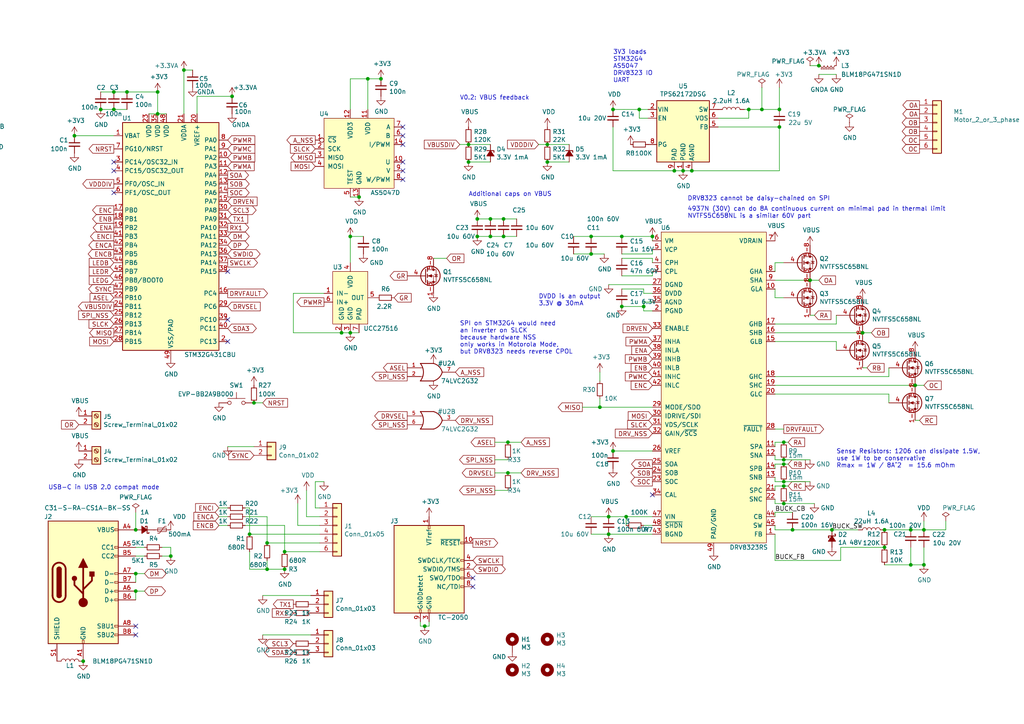
<source format=kicad_sch>
(kicad_sch (version 20211123) (generator eeschema)
  (paper "A4")
  (title_block (title "stm32-nema17-servo") (date "2019-09-16") (rev "V0.3") (company "InRobCo"))
  (junction (at 227.33 134.62))
  (junction (at 264.16 163.83))
  (junction (at 99.06 96.52))
  (junction (at 227.33 146.05))
  (junction (at 234.95 81.28))
  (junction (at 146.05 63.5))
  (junction (at 45.72 26.67))
  (junction (at 123.19 181.61))
  (junction (at 49.53 161.29))
  (junction (at 73.66 116.84))
  (junction (at 77.47 165.1))
  (junction (at 241.3 153.67))
  (junction (at 67.31 27.94))
  (junction (at 82.55 165.1))
  (junction (at 180.34 68.58))
  (junction (at 198.12 49.53))
  (junction (at 185.42 31.75))
  (junction (at 237.49 19.05))
  (junction (at 264.16 153.67))
  (junction (at 138.43 63.5))
  (junction (at 173.99 118.11))
  (junction (at 101.6 96.52))
  (junction (at 77.47 157.48))
  (junction (at 24.13 191.77))
  (junction (at 142.24 68.58))
  (junction (at 217.17 31.75))
  (junction (at 82.55 160.02))
  (junction (at 186.69 88.9))
  (junction (at 45.72 33.02))
  (junction (at 29.21 31.75))
  (junction (at 158.75 41.91))
  (junction (at 267.97 153.67))
  (junction (at 227.33 133.35))
  (junction (at 176.53 149.86))
  (junction (at 36.83 26.67))
  (junction (at 220.98 31.75))
  (junction (at 146.05 68.58))
  (junction (at 256.54 158.75))
  (junction (at 227.33 128.27))
  (junction (at 226.06 31.75))
  (junction (at 200.66 49.53))
  (junction (at 250.19 96.52))
  (junction (at 177.8 130.81))
  (junction (at 171.45 73.66))
  (junction (at 226.06 36.83))
  (junction (at 227.33 140.97))
  (junction (at 189.23 68.58))
  (junction (at 171.45 68.58))
  (junction (at 158.75 46.99))
  (junction (at 106.68 22.86))
  (junction (at 39.37 166.37))
  (junction (at 195.58 49.53))
  (junction (at 180.34 88.9))
  (junction (at 147.32 137.16))
  (junction (at 177.8 31.75))
  (junction (at 267.97 163.83))
  (junction (at 147.32 128.27))
  (junction (at 21.59 39.37))
  (junction (at 39.37 171.45))
  (junction (at 256.54 153.67))
  (junction (at 53.34 20.32))
  (junction (at 135.89 41.91))
  (junction (at 229.87 153.67))
  (junction (at 101.6 68.58))
  (junction (at 227.33 139.7))
  (junction (at 176.53 154.94))
  (junction (at 39.37 153.67))
  (junction (at 104.14 57.15))
  (junction (at 135.89 46.99))
  (junction (at 181.61 149.86))
  (junction (at 138.43 68.58))
  (junction (at 142.24 63.5))
  (junction (at 72.39 154.94))
  (junction (at 33.02 26.67))
  (junction (at 33.02 31.75))
  (junction (at 110.49 22.86))
  (junction (at 265.43 111.76))
  (no_connect (at 116.84 36.83))
  (no_connect (at 116.84 46.99))
  (no_connect (at 137.16 170.18))
  (no_connect (at 39.37 184.15))
  (no_connect (at 33.02 49.53))
  (no_connect (at 66.04 78.74))
  (no_connect (at 116.84 49.53))
  (no_connect (at 189.23 143.51))
  (no_connect (at 116.84 52.07))
  (no_connect (at 33.02 55.88))
  (no_connect (at 39.37 181.61))
  (no_connect (at 116.84 39.37))
  (no_connect (at 116.84 41.91))
  (no_connect (at 137.16 167.64))
  (no_connect (at 66.04 99.06))
  (no_connect (at 33.02 46.99))
  (no_connect (at 66.04 92.71))
  (wire (pts (xy -11.43 29.21) (xy -11.43 41.91)))
  (wire (pts (xy 175.26 73.66) (xy 171.45 73.66)))
  (wire (pts (xy 224.79 96.52) (xy 250.19 96.52)))
  (wire (pts (xy 168.91 118.11) (xy 173.99 118.11)))
  (wire (pts (xy 143.51 137.16) (xy 147.32 137.16)))
  (wire (pts (xy 124.46 181.61) (xy 124.46 180.34)))
  (wire (pts (xy 256.54 153.67) (xy 264.16 153.67)))
  (wire (pts (xy 143.51 128.27) (xy 147.32 128.27)))
  (wire (pts (xy 76.2 184.15) (xy 90.17 184.15)))
  (wire (pts (xy 243.84 158.75) (xy 243.84 162.56)))
  (wire (pts (xy 267.97 158.75) (xy 267.97 163.83)))
  (wire (pts (xy 185.42 34.29) (xy 185.42 31.75)))
  (wire (pts (xy 63.5 149.86) (xy 66.04 149.86)))
  (wire (pts (xy 234.95 133.35) (xy 227.33 133.35)))
  (wire (pts (xy 200.66 49.53) (xy 198.12 49.53)))
  (wire (pts (xy 187.96 34.29) (xy 185.42 34.29)))
  (wire (pts (xy 264.16 153.67) (xy 267.97 153.67)))
  (wire (pts (xy -12.7 44.45) (xy -11.43 44.45)))
  (wire (pts (xy 224.79 153.67) (xy 229.87 153.67)))
  (wire (pts (xy 228.6 128.27) (xy 227.33 128.27)))
  (wire (pts (xy 224.79 81.28) (xy 234.95 81.28)))
  (wire (pts (xy 91.44 147.32) (xy 92.71 147.32)))
  (wire (pts (xy 226.06 49.53) (xy 200.66 49.53)))
  (wire (pts (xy 158.75 46.99) (xy 165.1 46.99)))
  (wire (pts (xy 189.23 78.74) (xy 189.23 80.01)))
  (wire (pts (xy 274.32 153.67) (xy 267.97 153.67)))
  (wire (pts (xy -12.7 52.07) (xy -11.43 52.07)))
  (wire (pts (xy 33.02 26.67) (xy 29.21 26.67)))
  (wire (pts (xy 224.79 144.78) (xy 224.79 146.05)))
  (wire (pts (xy 267.97 163.83) (xy 264.16 163.83)))
  (wire (pts (xy 177.8 130.81) (xy 189.23 130.81)))
  (wire (pts (xy 73.66 129.54) (xy 66.04 129.54)))
  (wire (pts (xy -12.7 29.21) (xy -11.43 29.21)))
  (wire (pts (xy 217.17 34.29) (xy 217.17 31.75)))
  (wire (pts (xy 224.79 133.35) (xy 227.33 133.35)))
  (wire (pts (xy 264.16 163.83) (xy 256.54 163.83)))
  (wire (pts (xy 224.79 142.24) (xy 224.79 140.97)))
  (wire (pts (xy 138.43 63.5) (xy 142.24 63.5)))
  (wire (pts (xy 45.72 26.67) (xy 45.72 33.02)))
  (wire (pts (xy 189.23 69.85) (xy 189.23 68.58)))
  (wire (pts (xy 220.98 25.4) (xy 220.98 31.75)))
  (wire (pts (xy 146.05 68.58) (xy 149.86 68.58)))
  (wire (pts (xy 101.6 68.58) (xy 105.41 68.58)))
  (wire (pts (xy 72.39 154.94) (xy 92.71 154.94)))
  (wire (pts (xy 208.28 34.29) (xy 217.17 34.29)))
  (wire (pts (xy 264.16 163.83) (xy 264.16 158.75)))
  (wire (pts (xy 208.28 36.83) (xy 226.06 36.83)))
  (wire (pts (xy 224.79 132.08) (xy 224.79 133.35)))
  (wire (pts (xy 252.73 96.52) (xy 250.19 96.52)))
  (wire (pts (xy 104.14 96.52) (xy 101.6 96.52)))
  (wire (pts (xy 186.69 88.9) (xy 186.69 87.63)))
  (wire (pts (xy 224.79 78.74) (xy 224.79 76.2)))
  (wire (pts (xy 224.79 148.59) (xy 224.79 149.86)))
  (wire (pts (xy 171.45 68.58) (xy 180.34 68.58)))
  (wire (pts (xy 88.9 149.86) (xy 92.71 149.86)))
  (wire (pts (xy 93.98 139.7) (xy 91.44 139.7)))
  (wire (pts (xy 76.2 172.72) (xy 90.17 172.72)))
  (wire (pts (xy 86.36 152.4) (xy 92.71 152.4)))
  (wire (pts (xy 177.8 31.75) (xy 185.42 31.75)))
  (wire (pts (xy 166.37 68.58) (xy 171.45 68.58)))
  (wire (pts (xy 110.49 22.86) (xy 106.68 22.86)))
  (wire (pts (xy 242.57 91.44) (xy 242.57 93.98)))
  (wire (pts (xy 45.72 33.02) (xy 48.26 33.02)))
  (wire (pts (xy 176.53 149.86) (xy 171.45 149.86)))
  (wire (pts (xy 104.14 57.15) (xy 101.6 57.15)))
  (wire (pts (xy 77.47 157.48) (xy 92.71 157.48)))
  (wire (pts (xy 142.24 41.91) (xy 135.89 41.91)))
  (wire (pts (xy 77.47 149.86) (xy 77.47 157.48)))
  (wire (pts (xy 85.09 85.09) (xy 85.09 96.52)))
  (wire (pts (xy 185.42 31.75) (xy 187.96 31.75)))
  (wire (pts (xy 142.24 68.58) (xy 138.43 68.58)))
  (wire (pts (xy 143.51 142.24) (xy 147.32 142.24)))
  (wire (pts (xy 189.23 74.93) (xy 189.23 76.2)))
  (wire (pts (xy 176.53 82.55) (xy 189.23 82.55)))
  (wire (pts (xy 39.37 148.59) (xy 39.37 153.67)))
  (wire (pts (xy 133.35 41.91) (xy 135.89 41.91)))
  (wire (pts (xy 224.79 140.97) (xy 227.33 140.97)))
  (wire (pts (xy 224.79 128.27) (xy 227.33 128.27)))
  (wire (pts (xy 177.8 49.53) (xy 195.58 49.53)))
  (wire (pts (xy 77.47 162.56) (xy 77.47 165.1)))
  (wire (pts (xy 189.23 73.66) (xy 189.23 72.39)))
  (wire (pts (xy 45.72 26.67) (xy 36.83 26.67)))
  (wire (pts (xy 227.33 124.46) (xy 224.79 124.46)))
  (wire (pts (xy 226.06 25.4) (xy 226.06 31.75)))
  (wire (pts (xy 224.79 111.76) (xy 265.43 111.76)))
  (wire (pts (xy 257.81 116.84) (xy 257.81 114.3)))
  (wire (pts (xy 217.17 31.75) (xy 215.9 31.75)))
  (wire (pts (xy 257.81 109.22) (xy 224.79 109.22)))
  (wire (pts (xy 224.79 152.4) (xy 224.79 153.67)))
  (wire (pts (xy 181.61 149.86) (xy 189.23 149.86)))
  (wire (pts (xy 82.55 160.02) (xy 82.55 152.4)))
  (wire (pts (xy 88.9 142.24) (xy 88.9 149.86)))
  (wire (pts (xy 142.24 63.5) (xy 146.05 63.5)))
  (wire (pts (xy 189.23 90.17) (xy 186.69 90.17)))
  (wire (pts (xy 63.5 152.4) (xy 66.04 152.4)))
  (wire (pts (xy 73.66 116.84) (xy 76.2 116.84)))
  (wire (pts (xy 265.43 121.92) (xy 266.7 121.92)))
  (wire (pts (xy 181.61 152.4) (xy 181.61 149.86)))
  (wire (pts (xy 121.92 181.61) (xy 123.19 181.61)))
  (wire (pts (xy 93.98 85.09) (xy 85.09 85.09)))
  (wire (pts (xy 143.51 133.35) (xy 147.32 133.35)))
  (wire (pts (xy 101.6 22.86) (xy 106.68 22.86)))
  (wire (pts (xy 227.33 134.62) (xy 228.6 134.62)))
  (wire (pts (xy 36.83 26.67) (xy 33.02 26.67)))
  (wire (pts (xy -12.7 52.07) (xy -12.7 59.69)))
  (wire (pts (xy 228.6 140.97) (xy 227.33 140.97)))
  (wire (pts (xy 135.89 46.99) (xy 142.24 46.99)))
  (wire (pts (xy 224.79 99.06) (xy 242.57 99.06)))
  (wire (pts (xy -11.43 44.45) (xy -11.43 46.99)))
  (wire (pts (xy 121.92 180.34) (xy 121.92 181.61)))
  (wire (pts (xy 227.33 146.05) (xy 236.22 146.05)))
  (wire (pts (xy 53.34 20.32) (xy 53.34 33.02)))
  (wire (pts (xy 180.34 74.93) (xy 189.23 74.93)))
  (wire (pts (xy 147.32 137.16) (xy 151.13 137.16)))
  (wire (pts (xy 39.37 161.29) (xy 41.91 161.29)))
  (wire (pts (xy 186.69 87.63) (xy 189.23 87.63)))
  (wire (pts (xy 226.06 36.83) (xy 226.06 49.53)))
  (wire (pts (xy 189.23 85.09) (xy 186.69 85.09)))
  (wire (pts (xy 142.24 68.58) (xy 146.05 68.58)))
  (wire (pts (xy 224.79 139.7) (xy 227.33 139.7)))
  (wire (pts (xy 186.69 90.17) (xy 186.69 88.9)))
  (wire (pts (xy 267.97 151.13) (xy 267.97 153.67)))
  (wire (pts (xy 45.72 33.02) (xy 43.18 33.02)))
  (wire (pts (xy 147.32 128.27) (xy 151.13 128.27)))
  (wire (pts (xy 242.57 99.06) (xy 242.57 101.6)))
  (wire (pts (xy 274.32 151.13) (xy 274.32 153.67)))
  (wire (pts (xy 71.12 149.86) (xy 77.47 149.86)))
  (wire (pts (xy 21.59 39.37) (xy 33.02 39.37)))
  (wire (pts (xy 173.99 107.95) (xy 173.99 110.49)))
  (wire (pts (xy 257.81 114.3) (xy 224.79 114.3)))
  (wire (pts (xy 189.23 80.01) (xy 180.34 80.01)))
  (wire (pts (xy 72.39 147.32) (xy 72.39 154.94)))
  (wire (pts (xy 241.3 153.67) (xy 248.92 153.67)))
  (wire (pts (xy 243.84 162.56) (xy 224.79 162.56)))
  (wire (pts (xy 265.43 111.76) (xy 267.97 111.76)))
  (wire (pts (xy 63.5 147.32) (xy 66.04 147.32)))
  (wire (pts (xy 176.53 149.86) (xy 181.61 149.86)))
  (wire (pts (xy 129.54 74.93) (xy 125.73 74.93)))
  (wire (pts (xy 176.53 154.94) (xy 171.45 154.94)))
  (wire (pts (xy 77.47 165.1) (xy 82.55 165.1)))
  (wire (pts (xy 224.79 154.94) (xy 224.79 162.56)))
  (wire (pts (xy 186.69 85.09) (xy 186.69 83.82)))
  (wire (pts (xy 217.17 31.75) (xy 220.98 31.75)))
  (wire (pts (xy -22.86 44.45) (xy -17.78 44.45)))
  (wire (pts (xy 39.37 166.37) (xy 39.37 168.91)))
  (wire (pts (xy 72.39 160.02) (xy 72.39 165.1)))
  (wire (pts (xy -22.86 59.69) (xy -17.78 59.69)))
  (wire (pts (xy 165.1 41.91) (xy 158.75 41.91)))
  (wire (pts (xy 224.79 76.2) (xy 227.33 76.2)))
  (wire (pts (xy 71.12 147.32) (xy 72.39 147.32)))
  (wire (pts (xy 224.79 129.54) (xy 224.79 128.27)))
  (wire (pts (xy 72.39 165.1) (xy 77.47 165.1)))
  (wire (pts (xy 99.06 96.52) (xy 101.6 96.52)))
  (wire (pts (xy 189.23 68.58) (xy 180.34 68.58)))
  (wire (pts (xy 71.12 152.4) (xy 82.55 152.4)))
  (wire (pts (xy 237.49 21.59) (xy 242.57 21.59)))
  (wire (pts (xy 91.44 139.7) (xy 91.44 147.32)))
  (wire (pts (xy 250.19 106.68) (xy 251.46 106.68)))
  (wire (pts (xy 242.57 93.98) (xy 224.79 93.98)))
  (wire (pts (xy 57.15 27.94) (xy 57.15 33.02)))
  (wire (pts (xy 180.34 88.9) (xy 186.69 88.9)))
  (wire (pts (xy 229.87 148.59) (xy 224.79 148.59)))
  (wire (pts (xy 67.31 27.94) (xy 57.15 27.94)))
  (wire (pts (xy 186.69 83.82) (xy 180.34 83.82)))
  (wire (pts (xy 224.79 138.43) (xy 224.79 139.7)))
  (wire (pts (xy 146.05 63.5) (xy 149.86 63.5)))
  (wire (pts (xy 227.33 134.62) (xy 224.79 134.62)))
  (wire (pts (xy 53.34 20.32) (xy 55.88 20.32)))
  (wire (pts (xy 39.37 158.75) (xy 41.91 158.75)))
  (wire (pts (xy 123.19 181.61) (xy 124.46 181.61)))
  (wire (pts (xy 39.37 166.37) (xy 41.91 166.37)))
  (wire (pts (xy 220.98 31.75) (xy 226.06 31.75)))
  (wire (pts (xy 39.37 171.45) (xy 41.91 171.45)))
  (wire (pts (xy 224.79 146.05) (xy 227.33 146.05)))
  (wire (pts (xy 106.68 22.86) (xy 106.68 31.75)))
  (wire (pts (xy 173.99 118.11) (xy 189.23 118.11)))
  (wire (pts (xy 101.6 31.75) (xy 101.6 22.86)))
  (wire (pts (xy 189.23 152.4) (xy 186.69 152.4)))
  (wire (pts (xy 180.34 73.66) (xy 189.23 73.66)))
  (wire (pts (xy 227.33 139.7) (xy 234.95 139.7)))
  (wire (pts (xy 36.83 31.75) (xy 33.02 31.75)))
  (wire (pts (xy 101.6 68.58) (xy 101.6 76.2)))
  (wire (pts (xy 39.37 171.45) (xy 39.37 173.99)))
  (wire (pts (xy 229.87 153.67) (xy 241.3 153.67)))
  (wire (pts (xy 236.22 91.44) (xy 234.95 91.44)))
  (wire (pts (xy 46.99 161.29) (xy 49.53 161.29)))
  (wire (pts (xy 173.99 115.57) (xy 173.99 118.11)))
  (wire (pts (xy -22.86 29.21) (xy -17.78 29.21)))
  (wire (pts (xy 86.36 146.05) (xy 86.36 152.4)))
  (wire (pts (xy 29.21 31.75) (xy 33.02 31.75)))
  (wire (pts (xy 177.8 36.83) (xy 177.8 49.53)))
  (wire (pts (xy 176.53 154.94) (xy 189.23 154.94)))
  (wire (pts (xy 256.54 158.75) (xy 243.84 158.75)))
  (wire (pts (xy 224.79 86.36) (xy 227.33 86.36)))
  (wire (pts (xy 237.49 81.28) (xy 234.95 81.28)))
  (wire (pts (xy 166.37 73.66) (xy 171.45 73.66)))
  (wire (pts (xy 224.79 83.82) (xy 224.79 86.36)))
  (wire (pts (xy 234.95 19.05) (xy 237.49 19.05)))
  (wire (pts (xy 257.81 106.68) (xy 257.81 109.22)))
  (wire (pts (xy 85.09 96.52) (xy 99.06 96.52)))
  (wire (pts (xy 224.79 134.62) (xy 224.79 135.89)))
  (wire (pts (xy 49.53 158.75) (xy 49.53 161.29)))
  (wire (pts (xy 195.58 49.53) (xy 198.12 49.53)))
  (wire (pts (xy 46.99 158.75) (xy 49.53 158.75)))
  (wire (pts (xy 82.55 160.02) (xy 92.71 160.02)))
  (wire (pts (xy 156.21 41.91) (xy 158.75 41.91)))
  (text "Additional caps on VBUS" (at 135.89 57.15 0) (effects (font (size 1.27 1.27)) (justify left bottom)))
  (text "4937N (30V) can do 8A continuous current on minimal pad in thermal limit\nNVTFS5C658NL is a similar 60V part" (at 199.39 63.5 0) (effects (font (size 1.27 1.27)) (justify left bottom)))
  (text "3V3 loads\nSTM32G4\nAS5047\nDRV8323 IO\nUART" (at 177.8 24.13 0) (effects (font (size 1.27 1.27)) (justify left bottom)))
  (text "DVDD is an output\n3.3V @ 30mA" (at 156.21 88.9 0) (effects (font (size 1.27 1.27)) (justify left bottom)))
  (text "DRV8323 cannot be daisy-chained on SPI" (at 199.39 58.42 0) (effects (font (size 1.27 1.27)) (justify left bottom)))
  (text "V0.2: VBUS feedback" (at 133.35 29.21 0) (effects (font (size 1.27 1.27)) (justify left bottom)))
  (text "SPI on STM32G4 would need \nan inverter on SLCK\nbecause hardware NSS \nonly works in Motorola Mode,\nbut DRV8323 needs reverse CPOL" (at 133.35 102.87 0) (effects (font (size 1.27 1.27)) (justify left bottom)))
  (text "VDD can be 5V to 12V" (at -27.94 21.59 0) (effects (font (size 1.27 1.27)) (justify left bottom)))
  (text "Sense Resistors: 1206 can dissipate 1.5W,\nuse 1W to be conservative\nRmax = 1W / 8A^2  = 15.6 mOhm" (at 242.57 135.89 0) (effects (font (size 1.27 1.27)) (justify left bottom)))
  (text "USB-C in USB 2.0 compat mode" (at 13.97 142.24 0) (effects (font (size 1.27 1.27)) (justify left bottom)))
  (label "BUCK_FB" (at 224.79 162.56 0))
  (label "BUCK_SW" (at 241.3 153.67 0))
  (label "BUCK_CB" (at 224.79 148.59 0))
  (global_label "DRVSEL" (shape input) (at 66.04 88.9 0) (property "Intersheet References" "${INTERSHEET_REFS}" (effects hide)))
  (global_label "ENCI" (shape input) (at 63.5 147.32 180) (property "Intersheet References" "${INTERSHEET_REFS}" (effects hide)))
  (global_label "SOB" (shape output) (at 189.23 137.16 180) (property "Intersheet References" "${INTERSHEET_REFS}" (effects hide)))
  (global_label "OC" (shape output) (at 266.7 40.64 180) (property "Intersheet References" "${INTERSHEET_REFS}" (effects hide)))
  (global_label "OC" (shape input) (at 267.97 111.76 0) (property "Intersheet References" "${INTERSHEET_REFS}" (effects hide)))
  (global_label "ENC" (shape output) (at 33.02 60.96 180) (property "Intersheet References" "${INTERSHEET_REFS}" (effects hide)))
  (global_label "DM" (shape bidirectional) (at 66.04 68.58 0) (property "Intersheet References" "${INTERSHEET_REFS}" (effects hide)))
  (global_label "ASEL" (shape output) (at 118.11 106.68 180) (property "Intersheet References" "${INTERSHEET_REFS}" (effects hide)))
  (global_label "SDA3" (shape bidirectional) (at 66.04 95.25 0) (property "Intersheet References" "${INTERSHEET_REFS}" (effects hide)))
  (global_label "MOSI" (shape input) (at 189.23 120.65 180) (property "Intersheet References" "${INTERSHEET_REFS}" (effects hide)))
  (global_label "DRVEN" (shape input) (at 189.23 95.25 180) (property "Intersheet References" "${INTERSHEET_REFS}" (effects hide)))
  (global_label "PWMC" (shape input) (at 189.23 109.22 180) (property "Intersheet References" "${INTERSHEET_REFS}" (effects hide)))
  (global_label "SPI_NSS" (shape output) (at 143.51 142.24 180) (property "Intersheet References" "${INTERSHEET_REFS}" (effects hide)))
  (global_label "OB" (shape output) (at 266.7 38.1 180) (property "Intersheet References" "${INTERSHEET_REFS}" (effects hide)))
  (global_label "SPI_NSS" (shape input) (at 33.02 91.44 180) (property "Intersheet References" "${INTERSHEET_REFS}" (effects hide)))
  (global_label "LEDB" (shape input) (at 33.02 76.2 180) (property "Intersheet References" "${INTERSHEET_REFS}" (effects hide)))
  (global_label "SYNC" (shape output) (at 33.02 83.82 180) (property "Intersheet References" "${INTERSHEET_REFS}" (effects hide)))
  (global_label "SLCK" (shape input) (at 33.02 93.98 180) (property "Intersheet References" "${INTERSHEET_REFS}" (effects hide)))
  (global_label "NRST" (shape output) (at 33.02 43.18 180) (property "Intersheet References" "${INTERSHEET_REFS}" (effects hide)))
  (global_label "DRVSEL" (shape output) (at 143.51 137.16 180) (property "Intersheet References" "${INTERSHEET_REFS}" (effects hide)))
  (global_label "ENA" (shape output) (at 33.02 66.04 180) (property "Intersheet References" "${INTERSHEET_REFS}" (effects hide)))
  (global_label "SWCLK" (shape input) (at 137.16 162.56 0) (property "Intersheet References" "${INTERSHEET_REFS}" (effects hide)))
  (global_label "PWMB" (shape input) (at 189.23 104.14 180) (property "Intersheet References" "${INTERSHEET_REFS}" (effects hide)))
  (global_label "RA" (shape input) (at 236.22 91.44 0) (property "Intersheet References" "${INTERSHEET_REFS}" (effects hide)))
  (global_label "VDDDIV" (shape output) (at 33.02 53.34 180) (property "Intersheet References" "${INTERSHEET_REFS}" (effects hide)))
  (global_label "PWMR" (shape input) (at 66.04 40.64 0) (property "Intersheet References" "${INTERSHEET_REFS}" (effects hide)))
  (global_label "PWMA" (shape input) (at 66.04 48.26 0) (property "Intersheet References" "${INTERSHEET_REFS}" (effects hide)))
  (global_label "SWCLK" (shape output) (at 66.04 76.2 0) (property "Intersheet References" "${INTERSHEET_REFS}" (effects hide)))
  (global_label "LEDB" (shape input) (at -35.56 64.77 180) (property "Intersheet References" "${INTERSHEET_REFS}" (effects hide)))
  (global_label "NRST" (shape input) (at 76.2 116.84 0) (property "Intersheet References" "${INTERSHEET_REFS}" (effects hide)))
  (global_label "ASEL" (shape output) (at 143.51 128.27 180) (property "Intersheet References" "${INTERSHEET_REFS}" (effects hide)))
  (global_label "VBUSDIV" (shape output) (at 33.02 88.9 180) (property "Intersheet References" "${INTERSHEET_REFS}" (effects hide)))
  (global_label "A_NSS" (shape input) (at 151.13 128.27 0) (property "Intersheet References" "${INTERSHEET_REFS}" (effects hide)))
  (global_label "DRVSEL" (shape output) (at 118.11 120.65 180) (property "Intersheet References" "${INTERSHEET_REFS}" (effects hide)))
  (global_label "TX1" (shape input) (at 66.04 63.5 0) (property "Intersheet References" "${INTERSHEET_REFS}" (effects hide)))
  (global_label "ENB" (shape input) (at 189.23 106.68 180) (property "Intersheet References" "${INTERSHEET_REFS}" (effects hide)))
  (global_label "SOA" (shape output) (at 189.23 134.62 180) (property "Intersheet References" "${INTERSHEET_REFS}" (effects hide)))
  (global_label "PWMR" (shape output) (at 93.98 87.63 180) (property "Intersheet References" "${INTERSHEET_REFS}" (effects hide)))
  (global_label "OC" (shape output) (at 266.7 43.18 180) (property "Intersheet References" "${INTERSHEET_REFS}" (effects hide)))
  (global_label "VDDDIV" (shape input) (at 156.21 41.91 180) (property "Intersheet References" "${INTERSHEET_REFS}" (effects hide)))
  (global_label "DRV_NSS" (shape input) (at 189.23 125.73 180) (property "Intersheet References" "${INTERSHEET_REFS}" (effects hide)))
  (global_label "DP" (shape bidirectional) (at 66.04 71.12 0) (property "Intersheet References" "${INTERSHEET_REFS}" (effects hide)))
  (global_label "SPI_NSS" (shape output) (at 118.11 109.22 180) (property "Intersheet References" "${INTERSHEET_REFS}" (effects hide)))
  (global_label "SOC" (shape output) (at 189.23 139.7 180) (property "Intersheet References" "${INTERSHEET_REFS}" (effects hide)))
  (global_label "OR" (shape input) (at 129.54 74.93 0) (property "Intersheet References" "${INTERSHEET_REFS}" (effects hide)))
  (global_label "SOB" (shape output) (at 66.04 53.34 0) (property "Intersheet References" "${INTERSHEET_REFS}" (effects hide)))
  (global_label "SOA" (shape output) (at 66.04 50.8 0) (property "Intersheet References" "${INTERSHEET_REFS}" (effects hide)))
  (global_label "DRVEN" (shape input) (at 66.04 58.42 0) (property "Intersheet References" "${INTERSHEET_REFS}" (effects hide)))
  (global_label "RB" (shape input) (at 251.46 106.68 0) (property "Intersheet References" "${INTERSHEET_REFS}" (effects hide)))
  (global_label "DRV_NSS" (shape input) (at 132.08 121.92 0) (property "Intersheet References" "${INTERSHEET_REFS}" (effects hide)))
  (global_label "SLCK" (shape input) (at 91.44 43.18 180) (property "Intersheet References" "${INTERSHEET_REFS}" (effects hide)))
  (global_label "LEDR" (shape input) (at 33.02 78.74 180) (property "Intersheet References" "${INTERSHEET_REFS}" (effects hide)))
  (global_label "SOC" (shape output) (at 66.04 55.88 0) (property "Intersheet References" "${INTERSHEET_REFS}" (effects hide)))
  (global_label "ASEL" (shape input) (at 33.02 86.36 180) (property "Intersheet References" "${INTERSHEET_REFS}" (effects hide)))
  (global_label "OA" (shape output) (at 266.7 30.48 180) (property "Intersheet References" "${INTERSHEET_REFS}" (effects hide)))
  (global_label "PWMA" (shape input) (at 189.23 99.06 180) (property "Intersheet References" "${INTERSHEET_REFS}" (effects hide)))
  (global_label "RC" (shape input) (at 266.7 121.92 0) (property "Intersheet References" "${INTERSHEET_REFS}" (effects hide)))
  (global_label "ENA" (shape input) (at 189.23 101.6 180) (property "Intersheet References" "${INTERSHEET_REFS}" (effects hide)))
  (global_label "LEDG" (shape input) (at 33.02 81.28 180) (property "Intersheet References" "${INTERSHEET_REFS}" (effects hide)))
  (global_label "A_NSS" (shape input) (at 132.08 107.95 0) (property "Intersheet References" "${INTERSHEET_REFS}" (effects hide)))
  (global_label "MISO" (shape output) (at 91.44 45.72 180) (property "Intersheet References" "${INTERSHEET_REFS}" (effects hide)))
  (global_label "RX1" (shape output) (at 66.04 66.04 0) (property "Intersheet References" "${INTERSHEET_REFS}" (effects hide)))
  (global_label "NRST" (shape output) (at 137.16 157.48 0) (property "Intersheet References" "${INTERSHEET_REFS}" (effects hide)))
  (global_label "ENB" (shape output) (at 33.02 63.5 180) (property "Intersheet References" "${INTERSHEET_REFS}" (effects hide)))
  (global_label "SYNC" (shape input) (at 73.66 132.08 180) (property "Intersheet References" "${INTERSHEET_REFS}" (effects hide)))
  (global_label "A_NSS" (shape output) (at 91.44 40.64 180) (property "Intersheet References" "${INTERSHEET_REFS}" (effects hide)))
  (global_label "DRV_NSS" (shape input) (at 151.13 137.16 0) (property "Intersheet References" "${INTERSHEET_REFS}" (effects hide)))
  (global_label "MOSI" (shape input) (at 91.44 48.26 180) (property "Intersheet References" "${INTERSHEET_REFS}" (effects hide)))
  (global_label "DRVFAULT" (shape output) (at 66.04 85.09 0) (property "Intersheet References" "${INTERSHEET_REFS}" (effects hide)))
  (global_label "LEDG" (shape input) (at -35.56 49.53 180) (property "Intersheet References" "${INTERSHEET_REFS}" (effects hide)))
  (global_label "ENC" (shape input) (at 189.23 111.76 180) (property "Intersheet References" "${INTERSHEET_REFS}" (effects hide)))
  (global_label "ENCI" (shape output) (at 33.02 68.58 180) (property "Intersheet References" "${INTERSHEET_REFS}" (effects hide)))
  (global_label "GR" (shape output) (at 118.11 80.01 180) (property "Intersheet References" "${INTERSHEET_REFS}" (effects hide)))
  (global_label "DM" (shape bidirectional) (at 41.91 166.37 0) (property "Intersheet References" "${INTERSHEET_REFS}" (effects hide)))
  (global_label "SWDIO" (shape bidirectional) (at 66.04 73.66 0) (property "Intersheet References" "${INTERSHEET_REFS}" (effects hide)))
  (global_label "DRVFAULT" (shape output) (at 227.33 124.46 0) (property "Intersheet References" "${INTERSHEET_REFS}" (effects hide)))
  (global_label "SPI_NSS" (shape output) (at 143.51 133.35 180) (property "Intersheet References" "${INTERSHEET_REFS}" (effects hide)))
  (global_label "OR" (shape input) (at 22.86 123.19 180) (property "Intersheet References" "${INTERSHEET_REFS}" (effects hide)))
  (global_label "RB" (shape input) (at 228.6 134.62 0) (property "Intersheet References" "${INTERSHEET_REFS}" (effects hide)))
  (global_label "PWMB" (shape input) (at 66.04 45.72 0) (property "Intersheet References" "${INTERSHEET_REFS}" (effects hide)))
  (global_label "SLCK" (shape input) (at 189.23 123.19 180) (property "Intersheet References" "${INTERSHEET_REFS}" (effects hide)))
  (global_label "ENCA" (shape output) (at 33.02 71.12 180) (property "Intersheet References" "${INTERSHEET_REFS}" (effects hide)))
  (global_label "OA" (shape input) (at 237.49 81.28 0) (property "Intersheet References" "${INTERSHEET_REFS}" (effects hide)))
  (global_label "RC" (shape input) (at 228.6 140.97 0) (property "Intersheet References" "${INTERSHEET_REFS}" (effects hide)))
  (global_label "MISO" (shape output) (at 168.91 118.11 180) (property "Intersheet References" "${INTERSHEET_REFS}" (effects hide)))
  (global_label "RX1" (shape input) (at 85.09 177.8 180) (property "Intersheet References" "${INTERSHEET_REFS}" (effects hide)))
  (global_label "MOSI" (shape input) (at 33.02 99.06 180) (property "Intersheet References" "${INTERSHEET_REFS}" (effects hide)))
  (global_label "OA" (shape output) (at 266.7 33.02 180) (property "Intersheet References" "${INTERSHEET_REFS}" (effects hide)))
  (global_label "OB" (shape input) (at 252.73 96.52 0) (property "Intersheet References" "${INTERSHEET_REFS}" (effects hide)))
  (global_label "DP" (shape bidirectional) (at 41.91 171.45 0) (property "Intersheet References" "${INTERSHEET_REFS}" (effects hide)))
  (global_label "VBUSDIV" (shape input) (at 133.35 41.91 180) (property "Intersheet References" "${INTERSHEET_REFS}" (effects hide)))
  (global_label "ENCB" (shape input) (at 63.5 152.4 180) (property "Intersheet References" "${INTERSHEET_REFS}" (effects hide)))
  (global_label "GR" (shape input) (at 114.3 86.36 0) (property "Intersheet References" "${INTERSHEET_REFS}" (effects hide)))
  (global_label "SPI_NSS" (shape output) (at 118.11 123.19 180) (property "Intersheet References" "${INTERSHEET_REFS}" (effects hide)))
  (global_label "SDA3" (shape bidirectional) (at 85.09 189.23 180) (property "Intersheet References" "${INTERSHEET_REFS}" (effects hide)))
  (global_label "OB" (shape output) (at 266.7 35.56 180) (property "Intersheet References" "${INTERSHEET_REFS}" (effects hide)))
  (global_label "PWMC" (shape input) (at 66.04 43.18 0) (property "Intersheet References" "${INTERSHEET_REFS}" (effects hide)))
  (global_label "ENCB" (shape output) (at 33.02 73.66 180) (property "Intersheet References" "${INTERSHEET_REFS}" (effects hide)))
  (global_label "LEDR" (shape input) (at -35.56 34.29 180) (property "Intersheet References" "${INTERSHEET_REFS}" (effects hide)))
  (global_label "ENCA" (shape input) (at 63.5 149.86 180) (property "Intersheet References" "${INTERSHEET_REFS}" (effects hide)))
  (global_label "SWDIO" (shape bidirectional) (at 137.16 165.1 0) (property "Intersheet References" "${INTERSHEET_REFS}" (effects hide)))
  (global_label "RA" (shape input) (at 228.6 128.27 0) (property "Intersheet References" "${INTERSHEET_REFS}" (effects hide)))
  (global_label "MISO" (shape output) (at 33.02 96.52 180) (property "Intersheet References" "${INTERSHEET_REFS}" (effects hide)))
  (global_label "TX1" (shape output) (at 85.09 175.26 180) (property "Intersheet References" "${INTERSHEET_REFS}" (effects hide)))
  (global_label "SCL3" (shape bidirectional) (at 66.04 60.96 0) (property "Intersheet References" "${INTERSHEET_REFS}" (effects hide)))
  (global_label "SCL3" (shape bidirectional) (at 85.09 186.69 180) (property "Intersheet References" "${INTERSHEET_REFS}" (effects hide)))
  (symbol (lib_id "stm32-nema17:AS5047D") (at 104.14 44.45 0) (unit 1)
    (property "Reference" "U4" (at 93.98 33.02 0))
    (property "Value" "AS5047D" (at 111.76 55.88 0))
    (property "Footprint" "stm32-nema17:TSSOP-14_4.4x5mm_P0.65mm-inlaid" (effects hide))
    (property "Datasheet" "https://ams.com/documents/20143/36005/AS5047D_DS000394_2-00.pdf/c7225c06-112f-82c5-4471-17a2711a7f0e" (effects hide))
    (property "MPN" "AS5047D" (effects hide))
  )
  (symbol (lib_id "Device:C_Small") (at 110.49 25.4 0) (unit 1)
    (property "Reference" "C9" (at 112.8268 24.2316 0) (effects (justify left)))
    (property "Value" "100n" (at 112.8268 26.543 0) (effects (justify left)))
    (property "Footprint" "Capacitor_SMD:C_0402_1005Metric" (effects hide))
    (property "MPN" "CC0402KRX5R8BB104" (effects hide))
  )
  (symbol (lib_id "Device:C_Small") (at 29.21 29.21 0) (unit 1)
    (property "Reference" "C2" (at 27.94 25.4 0) (effects (justify left)))
    (property "Value" "100n" (at 23.495 31.115 0) (effects (justify left)))
    (property "Footprint" "Capacitor_SMD:C_0402_1005Metric" (effects hide))
    (property "MPN" "CC0402KRX5R8BB104" (effects hide))
  )
  (symbol (lib_id "Device:C_Small") (at 55.88 22.86 0) (unit 1)
    (property "Reference" "C5" (at 59.055 22.86 0))
    (property "Value" "100n" (at 59.055 24.765 0))
    (property "Footprint" "Capacitor_SMD:C_0402_1005Metric" (effects hide))
    (property "MPN" "CC0402KRX5R8BB104" (effects hide))
  )
  (symbol (lib_id "power:GND") (at 104.14 57.15 0) (unit 1)
    (property "Reference" "#PWR029" (effects hide))
    (property "Value" "GND" (at 104.267 61.5442 0))
  )
  (symbol (lib_id "power:GND") (at 242.57 21.59 0) (unit 1)
    (property "Reference" "#PWR054" (effects hide))
    (property "Value" "GND" (at 242.697 25.9842 0))
  )
  (symbol (lib_id "power:GNDA") (at 237.49 21.59 0) (unit 1)
    (property "Reference" "#PWR051" (effects hide))
    (property "Value" "GNDA" (at 237.617 25.9842 0))
  )
  (symbol (lib_id "power:GNDA") (at 55.88 25.4 0) (unit 1)
    (property "Reference" "#PWR012" (effects hide))
    (property "Value" "GNDA" (at 59.69 26.67 0))
  )
  (symbol (lib_id "power:GND") (at 110.49 27.94 0) (unit 1)
    (property "Reference" "#PWR031" (effects hide))
    (property "Value" "GND" (at 110.617 32.3342 0))
  )
  (symbol (lib_id "stm32-nema17:DRV8323R") (at 207.01 114.3 0) (unit 1)
    (property "Reference" "U6" (at 193.04 66.04 0))
    (property "Value" "DRV8323RS" (at 217.17 158.75 0))
    (property "Footprint" "stm32-nema17:VQFN-48_EP_6.8x6.8_Pitch0.5mm" (effects hide))
    (property "MPN" "DRV8323RS" (effects hide))
  )
  (symbol (lib_id "power:+3.3V") (at 110.49 22.86 0) (unit 1)
    (property "Reference" "#PWR030" (effects hide))
    (property "Value" "+3.3V" (at 110.871 18.4658 0))
  )
  (symbol (lib_id "power:+3.3VA") (at 53.34 20.32 0) (unit 1)
    (property "Reference" "#PWR010" (effects hide))
    (property "Value" "+3.3VA" (at 48.26 19.05 0))
  )
  (symbol (lib_id "power:+3.3VA") (at 237.49 19.05 0) (unit 1)
    (property "Reference" "#PWR050" (effects hide))
    (property "Value" "+3.3VA" (at 236.22 15.24 0))
  )
  (symbol (lib_id "power:+3.3V") (at 242.57 19.05 0) (unit 1)
    (property "Reference" "#PWR053" (effects hide))
    (property "Value" "+3.3V" (at 243.84 15.24 0))
  )
  (symbol (lib_id "Device:C_Small") (at 171.45 71.12 0) (unit 1)
    (property "Reference" "C11" (at 170.18 66.04 0) (effects (justify left)))
    (property "Value" "100n 60V" (at 170.18 63.5 0) (effects (justify left)))
    (property "Footprint" "Capacitor_SMD:C_0402_1005Metric" (effects hide))
    (property "MPN" "GRM155R62A104ME14D" (effects hide))
  )
  (symbol (lib_id "Connector:USB_C_Receptacle_USB2.0") (at 24.13 168.91 0) (unit 1)
    (property "Reference" "J2" (at 13.97 149.86 0))
    (property "Value" "C31-S-RA-CS1A-BK-SS" (at 25.4 147.32 0))
    (property "Footprint" "stm32-nema17:USB_C_Receptacle_Adam_C31-S-RA-CS1A-BK-SS" (effects hide))
    (property "Datasheet" "https://www.usb.org/sites/default/files/documents/usb_type-c.zip" (effects hide))
    (property "MPN" "C31-S-RA-CS1A-BK-SS" (effects hide))
  )
  (symbol (lib_id "Device:C_Small") (at 166.37 71.12 0) (unit 1)
    (property "Reference" "C10" (at 162.56 68.58 0) (effects (justify left)))
    (property "Value" "10u 60V" (at 162.56 74.93 0) (effects (justify left)))
    (property "Footprint" "Capacitor_SMD:C_1210_3225Metric" (effects hide))
    (property "MPN" "C3225X7R1N106M250AC" (effects hide))
  )
  (symbol (lib_id "Device:C_Small") (at 180.34 71.12 0) (unit 1)
    (property "Reference" "C15" (at 182.6768 69.9516 0) (effects (justify left)))
    (property "Value" "1u 16V" (at 182.6768 72.263 0) (effects (justify left)))
    (property "Footprint" "Capacitor_SMD:C_0603_1608Metric" (effects hide))
    (property "MPN" "CC0603KRX7R7BB105" (effects hide))
  )
  (symbol (lib_id "Connector:Conn_ARM_JTAG_SWD_10") (at 124.46 165.1 0) (unit 1)
    (property "Reference" "J3" (at 115.57 151.13 0) (effects (justify right)))
    (property "Value" "TC-2050" (at 135.89 179.07 0) (effects (justify right)))
    (property "Footprint" "Connector:Tag-Connect_TC2050-IDC-NL_2x05_P1.27mm_Vertical" (effects hide))
    (property "Datasheet" "http://infocenter.arm.com/help/topic/com.arm.doc.ddi0314h/DDI0314H_coresight_components_trm.pdf" (effects hide))
  )
  (symbol (lib_id "Device:L_Core_Ferrite_Small") (at 240.03 19.05 270) (unit 1)
    (property "Reference" "L3" (at 245.11 19.05 90))
    (property "Value" "BLM18PG471SN1D" (at 252.73 21.59 90))
    (property "Footprint" "Inductor_SMD:L_0603_1608Metric" (effects hide))
    (property "MPN" "BLM18PG471SN1D" (effects hide))
  )
  (symbol (lib_id "power:GND") (at 175.26 73.66 0) (unit 1)
    (property "Reference" "#PWR036" (effects hide))
    (property "Value" "GND" (at 175.387 78.0542 0))
  )
  (symbol (lib_id "Device:C_Small") (at 180.34 77.47 0) (unit 1)
    (property "Reference" "C16" (at 182.6768 76.3016 0) (effects (justify left)))
    (property "Value" "47n 60V" (at 182.6768 78.613 0) (effects (justify left)))
    (property "Footprint" "Capacitor_SMD:C_0603_1608Metric" (effects hide))
    (property "MPN" "CGA3E3X7S2A473K080AB" (effects hide))
  )
  (symbol (lib_id "Device:C_Small") (at 180.34 86.36 0) (unit 1)
    (property "Reference" "C17" (at 182.6768 85.1916 0) (effects (justify left)))
    (property "Value" "1u 6.3V" (at 182.6768 87.503 0) (effects (justify left)))
    (property "Footprint" "Capacitor_SMD:C_0402_1005Metric" (effects hide))
    (property "MPN" "CC0603KRX7R7BB105" (effects hide))
  )
  (symbol (lib_id "power:VBUS") (at 189.23 68.58 0) (unit 1)
    (property "Reference" "#PWR041" (effects hide))
    (property "Value" "VBUS" (at 189.611 64.1858 0))
  )
  (symbol (lib_id "power:VBUS") (at 224.79 69.85 0) (unit 1)
    (property "Reference" "#PWR044" (effects hide))
    (property "Value" "VBUS" (at 225.171 65.4558 0))
  )
  (symbol (lib_id "Device:C_Small") (at 229.87 151.13 0) (unit 1)
    (property "Reference" "C20" (at 232.2068 149.9616 0) (effects (justify left)))
    (property "Value" "100n 16V" (at 232.2068 152.273 0) (effects (justify left)))
    (property "Footprint" "Capacitor_SMD:C_0402_1005Metric" (effects hide))
    (property "MPN" "CC0402KRX5R8BB104" (effects hide))
  )
  (symbol (lib_id "Device:D_Schottky_Small_Filled") (at 241.3 156.21 270) (unit 1)
    (property "Reference" "D2" (at 243.0272 155.0416 90) (effects (justify left)))
    (property "Value" "1A 48V" (at 243.0272 157.353 90) (effects (justify left)))
    (property "Footprint" "Diode_SMD:D_TUMD2" (effects hide))
    (property "MPN" "MSS1P6-M3/89A" (effects hide))
  )
  (symbol (lib_id "Device:R_Small") (at 256.54 156.21 0) (unit 1)
    (property "Reference" "R12" (at 251.46 154.94 0) (effects (justify left)))
    (property "Value" "120K" (at 250.19 157.48 0) (effects (justify left)))
    (property "Footprint" "Resistor_SMD:R_0402_1005Metric" (effects hide))
    (property "MPN" "RC0402FR-07120KL" (effects hide))
  )
  (symbol (lib_id "Device:R_Small") (at 256.54 161.29 0) (unit 1)
    (property "Reference" "R13" (at 258.0386 160.1216 0) (effects (justify left)))
    (property "Value" "10K" (at 258.0386 162.433 0) (effects (justify left)))
    (property "Footprint" "Resistor_SMD:R_0402_1005Metric" (effects hide))
    (property "MPN" "RC0402FR-0710KL" (effects hide))
  )
  (symbol (lib_id "Device:L") (at 252.73 153.67 90) (unit 1)
    (property "Reference" "L4" (at 252.73 148.844 90))
    (property "Value" "22uH 1.6A" (at 252.73 151.1554 90))
    (property "Footprint" "Inductor_SMD:L_Taiyo-Yuden_NR-50xx" (effects hide))
    (property "MPN" "VLS5045EX-220M" (effects hide))
  )
  (symbol (lib_id "power:GND") (at 207.01 160.02 0) (unit 1)
    (property "Reference" "#PWR043" (effects hide))
    (property "Value" "GND" (at 207.137 164.4142 0))
  )
  (symbol (lib_id "power:GND") (at 176.53 82.55 0) (unit 1)
    (property "Reference" "#PWR037" (effects hide))
    (property "Value" "GND" (at 172.72 83.82 0))
  )
  (symbol (lib_id "Device:C_Small") (at 267.97 156.21 0) (unit 1)
    (property "Reference" "C22" (at 270.3068 155.0416 0) (effects (justify left)))
    (property "Value" "10u 20V" (at 270.51 157.48 0) (effects (justify left)))
    (property "Footprint" "Capacitor_SMD:C_0805_2012Metric" (effects hide))
    (property "MPN" "TMK212BBJ106KG" (effects hide))
  )
  (symbol (lib_id "power:GND") (at 267.97 163.83 0) (unit 1)
    (property "Reference" "#PWR058" (effects hide))
    (property "Value" "GND" (at 268.097 168.2242 0))
  )
  (symbol (lib_id "power:GND") (at 241.3 158.75 0) (unit 1)
    (property "Reference" "#PWR052" (effects hide))
    (property "Value" "GND" (at 237.49 160.02 0))
  )
  (symbol (lib_id "Device:R_Small") (at 227.33 130.81 0) (unit 1)
    (property "Reference" "R9" (at 228.6 130.81 0) (effects (justify left)))
    (property "Value" "15m" (at 228.6 132.08 0) (effects (justify left)))
    (property "Footprint" "Resistor_SMD:R_1206_3216Metric" (effects hide))
    (property "MPN" "FCSL32R015FER" (effects hide))
  )
  (symbol (lib_id "Device:R_Small") (at 227.33 137.16 0) (unit 1)
    (property "Reference" "R10" (at 228.6 137.16 0) (effects (justify left)))
    (property "Value" "15m" (at 228.6 138.43 0) (effects (justify left)))
    (property "Footprint" "Resistor_SMD:R_1206_3216Metric" (effects hide))
    (property "MPN" "FCSL32R015FER" (effects hide))
  )
  (symbol (lib_id "Device:R_Small") (at 227.33 143.51 0) (unit 1)
    (property "Reference" "R11" (at 228.6 143.51 0) (effects (justify left)))
    (property "Value" "15m" (at 228.6 144.78 0) (effects (justify left)))
    (property "Footprint" "Resistor_SMD:R_1206_3216Metric" (effects hide))
    (property "MPN" "FCSL32R015FER" (effects hide))
  )
  (symbol (lib_id "power:GND") (at 234.95 133.35 0) (unit 1)
    (property "Reference" "#PWR048" (effects hide))
    (property "Value" "GND" (at 238.76 134.62 0))
  )
  (symbol (lib_id "power:VBUS") (at 250.19 86.36 0) (unit 1)
    (property "Reference" "#PWR055" (effects hide))
    (property "Value" "VBUS" (at 250.571 81.9658 0))
  )
  (symbol (lib_id "power:GND") (at 234.95 139.7 0) (unit 1)
    (property "Reference" "#PWR049" (effects hide))
    (property "Value" "GND" (at 238.76 140.97 0))
  )
  (symbol (lib_id "power:GND") (at 236.22 146.05 0) (unit 1)
    (property "Reference" "#PWR046" (effects hide))
    (property "Value" "GND" (at 240.03 147.32 0))
  )
  (symbol (lib_id "power:VBUS") (at 265.43 101.6 0) (unit 1)
    (property "Reference" "#PWR056" (effects hide))
    (property "Value" "VBUS" (at 265.811 97.2058 0))
  )
  (symbol (lib_id "stm32-nema17:Q_NMOS_WDFN8") (at 232.41 76.2 0) (unit 1)
    (property "Reference" "Q2" (at 237.6424 75.0316 0) (effects (justify left)))
    (property "Value" "NVTFS5C658NL" (at 237.6424 77.343 0) (effects (justify left)))
    (property "Footprint" "stm32-nema17:WDFN8" (effects hide))
    (property "MPN" "NVTFS5C658NL" (effects hide))
  )
  (symbol (lib_id "stm32-nema17:Q_NMOS_WDFN8") (at 232.41 86.36 0) (unit 1)
    (property "Reference" "Q3" (at 237.6424 85.1916 0) (effects (justify left)))
    (property "Value" "NVTFS5C658NL" (at 237.6424 87.503 0) (effects (justify left)))
    (property "Footprint" "stm32-nema17:WDFN8" (effects hide))
    (property "MPN" "NVTFS5C658NL" (effects hide))
  )
  (symbol (lib_id "power:VBUS") (at 234.95 71.12 0) (unit 1)
    (property "Reference" "#PWR047" (effects hide))
    (property "Value" "VBUS" (at 235.331 66.7258 0))
  )
  (symbol (lib_id "Device:R_Small") (at 44.45 161.29 270) (unit 1)
    (property "Reference" "R5" (at 43.18 163.83 90) (effects (justify left)))
    (property "Value" "5K1" (at 38.1 162.56 90) (effects (justify left)))
    (property "Footprint" "Resistor_SMD:R_0402_1005Metric" (effects hide))
    (property "MPN" "RC0402FR-075K11L" (effects hide))
  )
  (symbol (lib_id "Device:R_Small") (at 44.45 158.75 270) (unit 1)
    (property "Reference" "R4" (at 43.18 156.21 90) (effects (justify left)))
    (property "Value" "5K1" (at 38.1 157.48 90) (effects (justify left)))
    (property "Footprint" "Resistor_SMD:R_0402_1005Metric" (effects hide))
    (property "MPN" "RC0402FR-075K11L" (effects hide))
  )
  (symbol (lib_id "stm32-nema17:Q_NMOS_WDFN8") (at 247.65 91.44 0) (unit 1)
    (property "Reference" "Q4" (at 252.8824 90.2716 0) (effects (justify left)))
    (property "Value" "NVTFS5C658NL" (at 252.8824 92.583 0) (effects (justify left)))
    (property "Footprint" "stm32-nema17:WDFN8" (effects hide))
    (property "MPN" "NVTFS5C658NL" (effects hide))
  )
  (symbol (lib_id "stm32-nema17:Q_NMOS_WDFN8") (at 247.65 101.6 0) (unit 1)
    (property "Reference" "Q5" (at 252.8824 100.4316 0) (effects (justify left)))
    (property "Value" "NVTFS5C658NL" (at 252.8824 102.743 0) (effects (justify left)))
    (property "Footprint" "stm32-nema17:WDFN8" (effects hide))
    (property "MPN" "NVTFS5C658NL" (effects hide))
  )
  (symbol (lib_id "power:GND") (at 49.53 161.29 0) (unit 1)
    (property "Reference" "#PWR015" (effects hide))
    (property "Value" "GND" (at 49.657 165.6842 0))
  )
  (symbol (lib_id "stm32-nema17:Q_NMOS_WDFN8") (at 262.89 106.68 0) (unit 1)
    (property "Reference" "Q6" (at 268.1224 105.5116 0) (effects (justify left)))
    (property "Value" "NVTFS5C658NL" (at 268.1224 107.823 0) (effects (justify left)))
    (property "Footprint" "stm32-nema17:WDFN8" (effects hide))
    (property "MPN" "NVTFS5C658NL" (effects hide))
  )
  (symbol (lib_id "power:GND") (at 24.13 191.77 0) (unit 1)
    (property "Reference" "#PWR011" (effects hide))
    (property "Value" "GND" (at 24.257 196.1642 0))
  )
  (symbol (lib_id "stm32-nema17:Q_NMOS_WDFN8") (at 262.89 116.84 0) (unit 1)
    (property "Reference" "Q7" (at 268.1224 115.6716 0) (effects (justify left)))
    (property "Value" "NVTFS5C658NL" (at 268.1224 117.983 0) (effects (justify left)))
    (property "Footprint" "stm32-nema17:WDFN8" (effects hide))
    (property "MPN" "NVTFS5C658NL" (effects hide))
  )
  (symbol (lib_id "Device:L") (at 20.32 191.77 90) (unit 1)
    (property "Reference" "L1" (at 20.32 193.04 90))
    (property "Value" "BLM18PG471SN1D" (at 35.56 191.77 90))
    (property "Footprint" "Inductor_SMD:L_0603_1608Metric" (effects hide))
    (property "MPN" "BLM18PG471SN1D" (effects hide))
  )
  (symbol (lib_id "Connector_Generic:Conn_01x03") (at 95.25 175.26 0) (unit 1)
    (property "Reference" "J7" (at 97.282 174.1932 0) (effects (justify left)))
    (property "Value" "Conn_01x03" (at 97.282 176.5046 0) (effects (justify left)))
    (property "Footprint" "Connector_PinHeader_2.54mm:PinHeader_1x03_P2.54mm_Vertical" (effects hide))
  )
  (symbol (lib_id "power:VDD") (at -1.27 46.99 0) (unit 1)
    (property "Reference" "#PWR0105" (effects hide))
    (property "Value" "VDD" (at -0.8382 42.5958 0))
  )
  (symbol (lib_id "power:GND") (at 76.2 172.72 0) (unit 1)
    (property "Reference" "#PWR0106" (effects hide))
    (property "Value" "GND" (at 76.327 177.1142 0))
  )
  (symbol (lib_id "Device:C_Small") (at 171.45 152.4 0) (unit 1)
    (property "Reference" "C12" (at 167.64 149.86 0) (effects (justify left)))
    (property "Value" "10u 60V" (at 162.56 154.94 0) (effects (justify left)))
    (property "Footprint" "Capacitor_SMD:C_1210_3225Metric" (effects hide))
    (property "MPN" "C3225X7R1N106M250AC" (effects hide))
  )
  (symbol (lib_id "Device:C_Small") (at 177.8 133.35 0) (unit 1)
    (property "Reference" "C18" (at 172.72 134.62 0) (effects (justify left)))
    (property "Value" "100n" (at 171.45 132.08 0) (effects (justify left)))
    (property "Footprint" "Capacitor_SMD:C_0402_1005Metric" (effects hide))
    (property "MPN" "CC0402KRX5R8BB104" (effects hide))
  )
  (symbol (lib_id "Connector_Generic:Conn_01x06") (at 271.78 35.56 0) (unit 1)
    (property "Reference" "M1" (at 276.5552 32.4104 0) (effects (justify left)))
    (property "Value" "Motor_2_or_3_phase" (at 276.5552 34.7218 0) (effects (justify left)))
    (property "Footprint" "Connector_PinHeader_2.54mm:PinHeader_1x06_P2.54mm_Vertical" (effects hide))
    (property "Datasheet" "http://www.infineon.com/dgdl/Application-Note-TLE8110EE_driving_UniPolarStepperMotor_V1.1.pdf?fileId=db3a30431be39b97011be5d0aa0a00b0" (effects hide))
  )
  (symbol (lib_id "power:GND") (at 177.8 135.89 0) (unit 1)
    (property "Reference" "#PWR039" (effects hide))
    (property "Value" "GND" (at 177.927 140.2842 0))
  )
  (symbol (lib_id "Device:C_Small") (at 138.43 66.04 0) (unit 1)
    (property "Reference" "C23" (at 132.08 66.04 0) (effects (justify left)))
    (property "Value" "10u 60V" (at 129.54 68.58 0) (effects (justify left)))
    (property "Footprint" "Capacitor_SMD:C_1210_3225Metric" (effects hide))
    (property "MPN" "C3225X7R1N106M250AC" (effects hide))
  )
  (symbol (lib_id "power:VBUS") (at 138.43 63.5 0) (unit 1)
    (property "Reference" "#PWR059" (effects hide))
    (property "Value" "VBUS" (at 138.811 59.1058 0))
  )
  (symbol (lib_id "power:GND") (at 138.43 68.58 0) (unit 1)
    (property "Reference" "#PWR060" (effects hide))
    (property "Value" "GND" (at 138.557 72.9742 0))
  )
  (symbol (lib_id "Device:R_Small") (at 184.15 152.4 270) (unit 1)
    (property "Reference" "R7" (at 186.69 153.67 90) (effects (justify left)))
    (property "Value" "100K" (at 182.88 148.59 90) (effects (justify left)))
    (property "Footprint" "Resistor_SMD:R_0402_1005Metric" (effects hide))
    (property "MPN" "RC0402FR-07100KL" (effects hide))
  )
  (symbol (lib_id "power:GND") (at 123.19 181.61 0) (unit 1)
    (property "Reference" "#PWR025" (effects hide))
    (property "Value" "GND" (at 123.317 186.0042 0))
  )
  (symbol (lib_id "Device:C_Small") (at 142.24 66.04 0) (unit 1)
    (property "Reference" "C24" (at 140.97 71.12 0) (effects (justify left)))
    (property "Value" "10u 60V" (at 140.97 73.66 0) (effects (justify left)))
    (property "Footprint" "Capacitor_SMD:C_1210_3225Metric" (effects hide))
    (property "MPN" "C3225X7R1N106M250AC" (effects hide))
  )
  (symbol (lib_id "power:VBUS") (at 176.53 149.86 0) (unit 1)
    (property "Reference" "#PWR038" (effects hide))
    (property "Value" "VBUS" (at 176.911 145.4658 0))
  )
  (symbol (lib_id "power:+3.3V") (at 124.46 149.86 0) (unit 1)
    (property "Reference" "#PWR028" (effects hide))
    (property "Value" "+3.3V" (at 124.841 145.4658 0))
  )
  (symbol (lib_id "power:+3.3V") (at 226.06 25.4 0) (unit 1)
    (property "Reference" "#PWR045" (effects hide))
    (property "Value" "+3.3V" (at 227.33 21.59 0))
  )
  (symbol (lib_id "Connector:Screw_Terminal_01x02") (at 27.94 130.81 0) (unit 1)
    (property "Reference" "J4" (at 29.972 131.0132 0) (effects (justify left)))
    (property "Value" "Screw_Terminal_01x02" (at 29.972 133.3246 0) (effects (justify left)))
    (property "Footprint" "TerminalBlock_Phoenix:TerminalBlock_Phoenix_PT-1,5-2-3.5-H_1x02_P3.50mm_Horizontal" (effects hide))
  )
  (symbol (lib_id "power:GND") (at 22.86 133.35 0) (unit 1)
    (property "Reference" "#PWR027" (effects hide))
    (property "Value" "GND" (at 22.987 137.7442 0))
  )
  (symbol (lib_id "power:VBUS") (at 22.86 130.81 0) (unit 1)
    (property "Reference" "#PWR026" (effects hide))
    (property "Value" "VBUS" (at 23.241 126.4158 0))
  )
  (symbol (lib_id "Device:C_Small") (at 176.53 152.4 0) (unit 1)
    (property "Reference" "C13" (at 178.8668 151.2316 0) (effects (justify left)))
    (property "Value" "100n 60V" (at 178.8668 153.543 0) (effects (justify left)))
    (property "Footprint" "Capacitor_SMD:C_0402_1005Metric" (effects hide))
    (property "MPN" "GRM155R62A104ME14D" (effects hide))
  )
  (symbol (lib_id "Device:C_Small") (at 264.16 156.21 0) (unit 1)
    (property "Reference" "C21" (at 259.08 154.94 0) (effects (justify left)))
    (property "Value" "100n 20V" (at 257.81 152.4 0) (effects (justify left)))
    (property "Footprint" "Capacitor_SMD:C_0402_1005Metric" (effects hide))
    (property "MPN" "CC0402KRX5R8BB104" (effects hide))
  )
  (symbol (lib_id "Switch:SW_Push") (at 68.58 116.84 0) (unit 1)
    (property "Reference" "SW1" (at 68.58 111.76 0))
    (property "Value" "EVP-BB2A9B000" (at 59.69 114.3 0))
    (property "Footprint" "stm32-nema17:SW_SPST_EVPBB" (effects hide))
    (property "MPN" "EVP-BB2A9B000" (effects hide))
  )
  (symbol (lib_id "stm32-nema17:Q_NMOS_WDFN8") (at 123.19 80.01 0) (unit 1)
    (property "Reference" "Q1" (at 128.4224 78.8416 0) (effects (justify left)))
    (property "Value" "NVTFS5C658NL" (at 128.4224 81.153 0) (effects (justify left)))
    (property "Footprint" "stm32-nema17:WDFN8" (effects hide))
    (property "MPN" "NVTFS5C658NL" (effects hide))
  )
  (symbol (lib_id "power:GND") (at 125.73 85.09 0) (unit 1)
    (property "Reference" "#PWR035" (effects hide))
    (property "Value" "GND" (at 125.857 89.4842 0))
  )
  (symbol (lib_id "power:GND") (at 176.53 154.94 0) (unit 1)
    (property "Reference" "#PWR0101" (effects hide))
    (property "Value" "GND" (at 176.657 159.3342 0))
  )
  (symbol (lib_id "power:GND") (at 76.2 184.15 0) (unit 1)
    (property "Reference" "#PWR0107" (effects hide))
    (property "Value" "GND" (at 76.327 188.5442 0))
  )
  (symbol (lib_id "Connector_Generic:Conn_01x03") (at 95.25 186.69 0) (unit 1)
    (property "Reference" "J8" (at 97.282 185.6232 0) (effects (justify left)))
    (property "Value" "Conn_01x03" (at 97.282 187.9346 0) (effects (justify left)))
    (property "Footprint" "Connector_PinHeader_2.54mm:PinHeader_1x03_P2.54mm_Vertical" (effects hide))
  )
  (symbol (lib_id "Connector:Screw_Terminal_01x02") (at 27.94 120.65 0) (unit 1)
    (property "Reference" "J5" (at 29.972 120.8532 0) (effects (justify left)))
    (property "Value" "Screw_Terminal_01x02" (at 29.972 123.1646 0) (effects (justify left)))
    (property "Footprint" "TerminalBlock_Phoenix:TerminalBlock_Phoenix_PT-1,5-2-3.5-H_1x02_P3.50mm_Horizontal" (effects hide))
  )
  (symbol (lib_id "power:VBUS") (at 22.86 120.65 0) (unit 1)
    (property "Reference" "#PWR034" (effects hide))
    (property "Value" "VBUS" (at 23.241 116.2558 0))
  )
  (symbol (lib_id "power:GND") (at 63.5 116.84 0) (unit 1)
    (property "Reference" "#PWR061" (effects hide))
    (property "Value" "GND" (at 63.627 121.2342 0))
  )
  (symbol (lib_id "Device:R_Small") (at 73.66 114.3 180) (unit 1)
    (property "Reference" "R27" (at 78.74 111.76 0) (effects (justify left)))
    (property "Value" "100K" (at 80.01 114.3 0) (effects (justify left)))
    (property "Footprint" "Resistor_SMD:R_0402_1005Metric" (effects hide))
    (property "MPN" "RC0402FR-07100KL" (effects hide))
  )
  (symbol (lib_id "power:+3.3V") (at 73.66 111.76 0) (unit 1)
    (property "Reference" "#PWR062" (effects hide))
    (property "Value" "+3.3V" (at 74.041 107.3658 0))
  )
  (symbol (lib_id "stm32-nema17:UCC27516") (at 101.6 86.36 0) (unit 1)
    (property "Reference" "U3" (at 96.52 77.47 0) (effects (justify left)))
    (property "Value" "UCC27516" (at 105.41 95.25 0) (effects (justify left)))
    (property "Footprint" "Package_SON:Texas_PWSON-N6" (effects hide))
    (property "MPN" "UCC27516" (effects hide))
  )
  (symbol (lib_id "power:GND") (at 101.6 96.52 0) (unit 1)
    (property "Reference" "#PWR023" (effects hide))
    (property "Value" "GND" (at 101.727 100.9142 0))
  )
  (symbol (lib_id "Device:R_Small") (at 135.89 39.37 0) (unit 1)
    (property "Reference" "R28" (at 137.3886 38.2016 0) (effects (justify left)))
    (property "Value" "120K" (at 137.3886 40.513 0) (effects (justify left)))
    (property "Footprint" "Resistor_SMD:R_0402_1005Metric" (effects hide))
    (property "MPN" "RC0402FR-07120KL" (effects hide))
  )
  (symbol (lib_id "Device:R_Small") (at 135.89 44.45 0) (unit 1)
    (property "Reference" "R29" (at 137.3886 43.2816 0) (effects (justify left)))
    (property "Value" "5K1" (at 137.3886 45.593 0) (effects (justify left)))
    (property "Footprint" "Resistor_SMD:R_0402_1005Metric" (effects hide))
    (property "MPN" "RC0402FR-075K11L" (effects hide))
  )
  (symbol (lib_id "Device:C_Small") (at 105.41 71.12 180) (unit 1)
    (property "Reference" "C8" (at 107.7468 69.9516 0) (effects (justify right)))
    (property "Value" "100n" (at 107.7468 72.263 0) (effects (justify right)))
    (property "Footprint" "Capacitor_SMD:C_0402_1005Metric" (effects hide))
    (property "MPN" "CC0402KRX5R8BB104" (effects hide))
  )
  (symbol (lib_id "power:VBUS") (at 135.89 36.83 0) (unit 1)
    (property "Reference" "#PWR063" (effects hide))
    (property "Value" "VBUS" (at 136.271 32.4358 0))
  )
  (symbol (lib_id "Device:D_Zener_Small_Filled") (at 142.24 44.45 270) (unit 1)
    (property "Reference" "D4" (at 143.9672 43.2816 90) (effects (justify left)))
    (property "Value" "3.3V 1mA" (at 143.9672 45.593 90) (effects (justify left)))
    (property "Footprint" "Diode_SMD:D_0402_1005Metric" (effects hide))
    (property "MPN" "CZRQR3V3B-HF" (effects hide))
  )
  (symbol (lib_id "power:GND") (at 105.41 73.66 0) (unit 1)
    (property "Reference" "#PWR024" (effects hide))
    (property "Value" "GND" (at 109.22 76.2 0))
  )
  (symbol (lib_id "power:GND") (at 135.89 46.99 0) (unit 1)
    (property "Reference" "#PWR064" (effects hide))
    (property "Value" "GND" (at 136.017 51.3842 0))
  )
  (symbol (lib_id "Device:R_Small") (at 87.63 175.26 90) (unit 1)
    (property "Reference" "R23" (at 86.36 177.8 90) (effects (justify left)))
    (property "Value" "1K" (at 90.17 177.8 90) (effects (justify left)))
    (property "Footprint" "Resistor_SMD:R_0402_1005Metric" (effects hide))
    (property "MPN" "RC0402FR-071KL" (effects hide))
  )
  (symbol (lib_id "Device:R_Small") (at 111.76 86.36 270) (unit 1)
    (property "Reference" "R6" (at 110.49 83.82 90) (effects (justify left)))
    (property "Value" "2.2R" (at 109.22 88.9 90) (effects (justify left)))
    (property "Footprint" "Resistor_SMD:R_0402_1005Metric" (effects hide))
    (property "MPN" "RC0402FR-072R2L" (effects hide))
  )
  (symbol (lib_id "stm32-nema17:TPS62172DSG") (at 198.12 39.37 0) (unit 1)
    (property "Reference" "U5" (at 198.12 24.9682 0))
    (property "Value" "TPS62172DSG" (at 198.12 27.2796 0))
    (property "Footprint" "Package_SON:WSON-8-1EP_2x2mm_P0.5mm_EP0.9x1.6mm_ThermalVias" (effects hide))
    (property "Datasheet" "http://www.ti.com/lit/ds/symlink/tps62170.pdf" (effects hide))
    (property "MPN" "TPS62172DSG" (effects hide))
  )
  (symbol (lib_id "Device:R_Small") (at 87.63 177.8 90) (unit 1)
    (property "Reference" "R24" (at 86.36 180.34 90) (effects (justify left)))
    (property "Value" "1K" (at 90.17 180.34 90) (effects (justify left)))
    (property "Footprint" "Resistor_SMD:R_0402_1005Metric" (effects hide))
    (property "MPN" "RC0402FR-071KL" (effects hide))
  )
  (symbol (lib_id "Device:R_Small") (at 87.63 186.69 90) (unit 1)
    (property "Reference" "R25" (at 86.36 189.23 90) (effects (justify left)))
    (property "Value" "1K" (at 90.17 189.23 90) (effects (justify left)))
    (property "Footprint" "Resistor_SMD:R_0402_1005Metric" (effects hide))
    (property "MPN" "RC0402FR-071KL" (effects hide))
  )
  (symbol (lib_id "Device:R_Small") (at 87.63 189.23 90) (unit 1)
    (property "Reference" "R26" (at 86.36 191.77 90) (effects (justify left)))
    (property "Value" "1K" (at 90.17 191.77 90) (effects (justify left)))
    (property "Footprint" "Resistor_SMD:R_0402_1005Metric" (effects hide))
    (property "MPN" "RC0402FR-071KL" (effects hide))
  )
  (symbol (lib_id "Device:D_Schottky_Small_Filled") (at 41.91 153.67 180) (unit 1)
    (property "Reference" "D1" (at 43.18 151.13 0) (effects (justify left)))
    (property "Value" "1A" (at 43.18 148.59 0) (effects (justify left)))
    (property "Footprint" "Diode_SMD:D_0402_1005Metric" (effects hide))
    (property "MPN" "CDBQT140-HF" (effects hide))
  )
  (symbol (lib_id "power:VDD") (at 101.6 68.58 0) (unit 1)
    (property "Reference" "#PWR022" (effects hide))
    (property "Value" "VDD" (at 102.0318 64.1858 0))
  )
  (symbol (lib_id "power:VDD") (at 267.97 151.13 0) (unit 1)
    (property "Reference" "#PWR057" (effects hide))
    (property "Value" "VDD" (at 267.97 147.32 0))
  )
  (symbol (lib_id "power:VDD") (at 49.53 153.67 0) (unit 1)
    (property "Reference" "#PWR014" (effects hide))
    (property "Value" "VDD" (at 52.07 149.86 0))
  )
  (symbol (lib_id "power:VDD") (at 177.8 31.75 0) (unit 1)
    (property "Reference" "#PWR033" (effects hide))
    (property "Value" "VDD" (at 178.2318 27.3558 0))
  )
  (symbol (lib_id "Device:C_Small") (at 177.8 34.29 0) (unit 1)
    (property "Reference" "C14" (at 180.1368 33.1216 0) (effects (justify left)))
    (property "Value" "10u 20V" (at 167.64 34.29 0) (effects (justify left)))
    (property "Footprint" "Capacitor_SMD:C_0805_2012Metric" (effects hide))
    (property "MPN" "TMK212BBJ106KG" (effects hide))
  )
  (symbol (lib_id "Device:R_Small") (at 68.58 152.4 90) (unit 1)
    (property "Reference" "R22" (at 74.93 151.13 90) (effects (justify left)))
    (property "Value" "1K" (at 66.04 151.13 90) (effects (justify left)))
    (property "Footprint" "Resistor_SMD:R_0402_1005Metric" (effects hide))
    (property "MPN" "RC0402FR-071KL" (effects hide))
  )
  (symbol (lib_id "Device:R_Small") (at 68.58 149.86 90) (unit 1)
    (property "Reference" "R21" (at 74.93 148.59 90) (effects (justify left)))
    (property "Value" "1K" (at 66.04 148.59 90) (effects (justify left)))
    (property "Footprint" "Resistor_SMD:R_0402_1005Metric" (effects hide))
    (property "MPN" "RC0402FR-071KL" (effects hide))
  )
  (symbol (lib_id "Device:R_Small") (at 68.58 147.32 90) (unit 1)
    (property "Reference" "R20" (at 74.93 146.05 90) (effects (justify left)))
    (property "Value" "1K" (at 66.04 146.05 90) (effects (justify left)))
    (property "Footprint" "Resistor_SMD:R_0402_1005Metric" (effects hide))
    (property "MPN" "RC0402FR-071KL" (effects hide))
  )
  (symbol (lib_id "power:GND") (at 198.12 49.53 0) (unit 1)
    (property "Reference" "#PWR042" (effects hide))
    (property "Value" "GND" (at 198.247 53.9242 0))
  )
  (symbol (lib_id "Device:L") (at 212.09 31.75 90) (unit 1)
    (property "Reference" "L2" (at 212.09 26.924 90))
    (property "Value" "2.2uH 1.6A" (at 212.09 29.2354 90))
    (property "Footprint" "Inductor_SMD:L_1008_2520Metric" (effects hide))
    (property "MPN" "CIGT252010EH2R2MNE" (effects hide))
  )
  (symbol (lib_id "Device:R_Small") (at 185.42 41.91 90) (unit 1)
    (property "Reference" "R8" (at 184.15 44.45 90) (effects (justify left)))
    (property "Value" "100K" (at 189.23 44.45 90) (effects (justify left)))
    (property "Footprint" "Resistor_SMD:R_0402_1005Metric" (effects hide))
    (property "MPN" "RC0402FR-07100KL" (effects hide))
  )
  (symbol (lib_id "Device:C_Small") (at 226.06 34.29 0) (unit 1)
    (property "Reference" "C19" (at 228.3968 33.1216 0) (effects (justify left)))
    (property "Value" "22u 5V" (at 228.6 35.56 0) (effects (justify left)))
    (property "Footprint" "Capacitor_SMD:C_0805_2012Metric" (effects hide))
    (property "MPN" "C0805C226M9PACTU" (effects hide))
  )
  (symbol (lib_id "Connector_Generic:Conn_01x02") (at 78.74 129.54 0) (unit 1)
    (property "Reference" "J9" (at 80.772 129.7432 0) (effects (justify left)))
    (property "Value" "Conn_01x02" (at 80.772 132.0546 0) (effects (justify left)))
    (property "Footprint" "Connector_PinHeader_2.54mm:PinHeader_1x02_P2.54mm_Vertical" (effects hide))
  )
  (symbol (lib_id "Device:LED_ABRG") (at -6.35 46.99 0) (unit 1)
    (property "Reference" "D3" (at -6.35 34.3662 0))
    (property "Value" "IN-S128TATRGB" (at -6.35 36.6776 0))
    (property "Footprint" "LED_SMD:LED_Kingbright_AAA3528ESGCT" (effects hide))
    (property "MPN" "IN-S128TATRGB" (effects hide))
  )
  (symbol (lib_id "power:GND") (at 66.04 129.54 0) (unit 1)
    (property "Reference" "#PWR0108" (effects hide))
    (property "Value" "GND" (at 63.5 132.08 0))
  )
  (symbol (lib_id "Device:Q_NMOS_GSD") (at -25.4 49.53 0) (unit 1)
    (property "Reference" "Q8" (at -20.1676 48.3616 0) (effects (justify left)))
    (property "Value" "SSM3K35CTC" (at -20.1676 50.673 0) (effects (justify left)))
    (property "Footprint" "Package_TO_SOT_SMD:SOT-883" (effects hide))
    (property "MPN" "SSM3K35CTC" (effects hide))
  )
  (symbol (lib_id "Device:Q_NMOS_GSD") (at -25.4 64.77 0) (unit 1)
    (property "Reference" "Q9" (at -20.1676 63.6016 0) (effects (justify left)))
    (property "Value" "SSM3K35CTC" (at -20.1676 65.913 0) (effects (justify left)))
    (property "Footprint" "Package_TO_SOT_SMD:SOT-883" (effects hide))
    (property "MPN" "SSM3K35CTC" (effects hide))
  )
  (symbol (lib_id "Device:Q_NMOS_GSD") (at -25.4 34.29 0) (unit 1)
    (property "Reference" "Q10" (at -20.1676 33.1216 0) (effects (justify left)))
    (property "Value" "SSM3K35CTC" (at -20.1676 35.433 0) (effects (justify left)))
    (property "Footprint" "Package_TO_SOT_SMD:SOT-883" (effects hide))
    (property "MPN" "SSM3K35CTC" (effects hide))
  )
  (symbol (lib_id "power:GND") (at -22.86 54.61 0) (unit 1)
    (property "Reference" "#PWR0102" (effects hide))
    (property "Value" "GND" (at -22.733 59.0042 0))
  )
  (symbol (lib_id "power:GND") (at -22.86 69.85 0) (unit 1)
    (property "Reference" "#PWR0103" (effects hide))
    (property "Value" "GND" (at -22.733 74.2442 0))
  )
  (symbol (lib_id "power:GND") (at -22.86 39.37 0) (unit 1)
    (property "Reference" "#PWR0104" (effects hide))
    (property "Value" "GND" (at -22.733 43.7642 0))
  )
  (symbol (lib_id "power:+3.3V") (at 182.88 41.91 0) (unit 1)
    (property "Reference" "#PWR040" (effects hide))
    (property "Value" "+3.3V" (at 183.261 37.5158 0))
  )
  (symbol (lib_id "Device:R_Small") (at -15.24 59.69 270) (unit 1)
    (property "Reference" "R18" (at -13.97 57.15 90) (effects (justify left)))
    (property "Value" "470R" (at -19.05 57.15 90) (effects (justify left)))
    (property "Footprint" "Resistor_SMD:R_0402_1005Metric" (effects hide))
    (property "MPN" "RC0402FR-07470RL" (effects hide))
  )
  (symbol (lib_id "Device:R_Small") (at -15.24 29.21 270) (unit 1)
    (property "Reference" "R19" (at -13.97 26.67 90) (effects (justify left)))
    (property "Value" "470R" (at -19.05 26.67 90) (effects (justify left)))
    (property "Footprint" "Resistor_SMD:R_0402_1005Metric" (effects hide))
    (property "MPN" "RC0402FR-07470RL" (effects hide))
  )
  (symbol (lib_id "Device:R_Small") (at -15.24 44.45 270) (unit 1)
    (property "Reference" "R17" (at -13.97 41.91 90) (effects (justify left)))
    (property "Value" "430R" (at -19.05 41.91 90) (effects (justify left)))
    (property "Footprint" "Resistor_SMD:R_0402_1005Metric" (effects hide))
    (property "MPN" "RC0402FR-07430RL" (effects hide))
  )
  (symbol (lib_id "Device:R_Small") (at -33.02 49.53 270) (unit 1)
    (property "Reference" "R14" (at -31.75 46.99 90) (effects (justify left)))
    (property "Value" "100R" (at -36.83 46.99 90) (effects (justify left)))
    (property "Footprint" "Resistor_SMD:R_0402_1005Metric" (effects hide))
    (property "MPN" "RC0402FR-07100RL" (effects hide))
  )
  (symbol (lib_id "Device:R_Small") (at -33.02 64.77 270) (unit 1)
    (property "Reference" "R15" (at -31.75 62.23 90) (effects (justify left)))
    (property "Value" "100R" (at -36.83 62.23 90) (effects (justify left)))
    (property "Footprint" "Resistor_SMD:R_0402_1005Metric" (effects hide))
    (property "MPN" "RC0402FR-07100RL" (effects hide))
  )
  (symbol (lib_id "Device:R_Small") (at -33.02 34.29 270) (unit 1)
    (property "Reference" "R16" (at -31.75 31.75 90) (effects (justify left)))
    (property "Value" "100R" (at -36.83 31.75 90) (effects (justify left)))
    (property "Footprint" "Resistor_SMD:R_0402_1005Metric" (effects hide))
    (property "MPN" "RC0402FR-07100RL" (effects hide))
  )
  (symbol (lib_id "power:GND") (at 180.34 88.9 0) (unit 1)
    (property "Reference" "#PWR0109" (effects hide))
    (property "Value" "GND" (at 177.8 91.44 0))
  )
  (symbol (lib_id "stm32-nema17:STM32G431CB") (at 49.53 68.58 0) (unit 1)
    (property "Reference" "U1" (at 36.83 34.29 0))
    (property "Value" "STM32G431CBU" (at 60.96 102.87 0))
    (property "Footprint" "stm32-nema17:QFN-48-1EP_7x7mm_P0.5mm_EP5.6x5.6mm_ThermalVias" (effects hide))
    (property "MPN" "STM32G431CBU" (effects hide))
  )
  (symbol (lib_id "power:+3.3V") (at 45.72 26.67 0) (unit 1)
    (property "Reference" "#PWR08" (effects hide))
    (property "Value" "+3.3V" (at 46.101 22.2758 0))
  )
  (symbol (lib_id "Device:C_Small") (at 33.02 29.21 180) (unit 1)
    (property "Reference" "C3" (at 31.75 25.4 0) (effects (justify right)))
    (property "Value" "100n" (at 30.48 33.02 0) (effects (justify right)))
    (property "Footprint" "Capacitor_SMD:C_0402_1005Metric" (effects hide))
    (property "MPN" "CC0402KRX5R8BB104" (effects hide))
  )
  (symbol (lib_id "Device:C_Small") (at 36.83 29.21 180) (unit 1)
    (property "Reference" "C4" (at 39.1668 28.0416 0) (effects (justify right)))
    (property "Value" "100n" (at 39.1668 30.353 0) (effects (justify right)))
    (property "Footprint" "Capacitor_SMD:C_0402_1005Metric" (effects hide))
    (property "MPN" "CC0402KRX5R8BB104" (effects hide))
  )
  (symbol (lib_id "power:GND") (at 49.53 104.14 0) (unit 1)
    (property "Reference" "#PWR09" (effects hide))
    (property "Value" "GND" (at 49.657 108.5342 0))
  )
  (symbol (lib_id "power:GND") (at 29.21 31.75 0) (unit 1)
    (property "Reference" "#PWR07" (effects hide))
    (property "Value" "GND" (at 29.337 36.1442 0))
  )
  (symbol (lib_id "Device:R_Small") (at 173.99 113.03 0) (unit 1)
    (property "Reference" "R30" (at 168.91 113.03 0) (effects (justify left)))
    (property "Value" "10K" (at 175.26 115.57 0) (effects (justify left)))
    (property "Footprint" "Resistor_SMD:R_0402_1005Metric" (effects hide))
    (property "MPN" "RC0402FR-0710KL" (effects hide))
  )
  (symbol (lib_id "power:+3.3V") (at 173.99 107.95 0) (unit 1)
    (property "Reference" "#PWR016" (effects hide))
    (property "Value" "+3.3V" (at 174.371 103.5558 0))
  )
  (symbol (lib_id "Device:C_Small") (at 21.59 41.91 0) (unit 1)
    (property "Reference" "C1" (at 17.145 40.64 0) (effects (justify left)))
    (property "Value" "100n" (at 14.605 43.18 0) (effects (justify left)))
    (property "Footprint" "Capacitor_SMD:C_0402_1005Metric" (effects hide))
    (property "MPN" "CC0402KRX5R8BB104" (effects hide))
  )
  (symbol (lib_id "power:+3.3V") (at 21.59 39.37 0) (unit 1)
    (property "Reference" "#PWR05" (effects hide))
    (property "Value" "+3.3V" (at 21.971 34.9758 0))
  )
  (symbol (lib_id "power:GND") (at 21.59 44.45 0) (unit 1)
    (property "Reference" "#PWR06" (effects hide))
    (property "Value" "GND" (at 21.717 48.8442 0))
  )
  (symbol (lib_id "Device:C_Small") (at 67.31 30.48 0) (unit 1)
    (property "Reference" "C6" (at 70.485 30.48 0))
    (property "Value" "100n" (at 70.485 32.385 0))
    (property "Footprint" "Capacitor_SMD:C_0402_1005Metric" (effects hide))
    (property "MPN" "CC0402KRX5R8BB104" (effects hide))
  )
  (symbol (lib_id "power:GNDA") (at 67.31 33.02 0) (unit 1)
    (property "Reference" "#PWR013" (effects hide))
    (property "Value" "GNDA" (at 69.85 36.195 0))
  )
  (symbol (lib_id "Device:R_Small") (at 72.39 157.48 180) (unit 1)
    (property "Reference" "R1" (at 71.12 156.21 0) (effects (justify left)))
    (property "Value" "680R" (at 71.12 158.75 0) (effects (justify left)))
    (property "Footprint" "Resistor_SMD:R_0402_1005Metric" (effects hide))
    (property "MPN" "RC0402JR-07680RL" (effects hide))
  )
  (symbol (lib_id "Device:R_Small") (at 77.47 160.02 180) (unit 1)
    (property "Reference" "R2" (at 76.2 161.29 0) (effects (justify left)))
    (property "Value" "680R" (at 77.47 163.83 0) (effects (justify left)))
    (property "Footprint" "Resistor_SMD:R_0402_1005Metric" (effects hide))
    (property "MPN" "RC0402JR-07680RL" (effects hide))
  )
  (symbol (lib_id "Device:R_Small") (at 82.55 162.56 180) (unit 1)
    (property "Reference" "R3" (at 86.36 165.1 0) (effects (justify left)))
    (property "Value" "680R" (at 88.9 162.56 0) (effects (justify left)))
    (property "Footprint" "Resistor_SMD:R_0402_1005Metric" (effects hide))
    (property "MPN" "RC0402JR-07680RL" (effects hide))
  )
  (symbol (lib_id "power:GND") (at 82.55 165.1 0) (unit 1)
    (property "Reference" "#PWR01" (effects hide))
    (property "Value" "GND" (at 82.677 169.4942 0))
  )
  (symbol (lib_id "Connector_Generic:Conn_01x06") (at 97.79 152.4 0) (unit 1)
    (property "Reference" "J1" (at 99.822 152.6032 0) (effects (justify left)))
    (property "Value" "Conn_01x05" (at 99.822 154.9146 0) (effects (justify left)))
    (property "Footprint" "Connector_PinHeader_2.54mm:PinHeader_1x06_P2.54mm_Vertical" (effects hide))
  )
  (symbol (lib_id "power:GND") (at 93.98 139.7 0) (unit 1)
    (property "Reference" "#PWR04" (effects hide))
    (property "Value" "GND" (at 94.107 144.0942 0))
  )
  (symbol (lib_id "power:VDD") (at 88.9 142.24 0) (unit 1)
    (property "Reference" "#PWR03" (effects hide))
    (property "Value" "VDD" (at 89.3318 137.8458 0))
  )
  (symbol (lib_id "power:+3.3V") (at 86.36 146.05 0) (unit 1)
    (property "Reference" "#PWR02" (effects hide))
    (property "Value" "+3.3V" (at 83.82 142.24 0))
  )
  (symbol (lib_id "Device:C_Small") (at 146.05 66.04 0) (unit 1)
    (property "Reference" "C7" (at 146.05 71.12 0) (effects (justify left)))
    (property "Value" "10u 60V" (at 152.4 71.12 0) (effects (justify left)))
    (property "Footprint" "Capacitor_SMD:C_1210_3225Metric" (effects hide))
    (property "MPN" "C3225X7R1N106M250AC" (effects hide))
  )
  (symbol (lib_id "Mechanical:MountingHole") (at 158.75 185.42 0) (unit 1)
    (property "Reference" "H3" (at 161.29 184.2516 0) (effects (justify left)))
    (property "Value" "M3" (at 161.29 186.563 0) (effects (justify left)))
    (property "Footprint" "MountingHole:MountingHole_3.2mm_M3" (effects hide))
  )
  (symbol (lib_id "Mechanical:MountingHole") (at 158.75 194.31 0) (unit 1)
    (property "Reference" "H4" (at 161.29 193.1416 0) (effects (justify left)))
    (property "Value" "M3" (at 161.29 195.453 0) (effects (justify left)))
    (property "Footprint" "MountingHole:MountingHole_3.2mm_M3" (effects hide))
  )
  (symbol (lib_id "Mechanical:MountingHole") (at 148.59 194.31 0) (unit 1)
    (property "Reference" "H2" (at 151.13 193.1416 0) (effects (justify left)))
    (property "Value" "M3" (at 151.13 195.453 0) (effects (justify left)))
    (property "Footprint" "MountingHole:MountingHole_3.2mm_M3" (effects hide))
  )
  (symbol (lib_id "Mechanical:MountingHole_Pad") (at 148.59 186.69 0) (unit 1)
    (property "Reference" "H1" (at 151.13 185.4454 0) (effects (justify left)))
    (property "Value" "M3" (at 151.13 187.7568 0) (effects (justify left)))
    (property "Footprint" "MountingHole:MountingHole_3.2mm_M3_DIN965_Pad" (effects hide))
  )
  (symbol (lib_id "power:GND") (at 148.59 189.23 0) (unit 1)
    (property "Reference" "#PWR032" (effects hide))
    (property "Value" "GND" (at 144.78 190.5 0))
  )
  (symbol (lib_id "Device:R_Small") (at 158.75 39.37 0) (unit 1)
    (property "Reference" "R31" (at 160.2486 38.2016 0) (effects (justify left)))
    (property "Value" "22K" (at 160.2486 40.513 0) (effects (justify left)))
    (property "Footprint" "Resistor_SMD:R_0402_1005Metric" (effects hide))
    (property "MPN" "RC0402FR-0722KL" (effects hide))
  )
  (symbol (lib_id "Device:R_Small") (at 158.75 44.45 0) (unit 1)
    (property "Reference" "R32" (at 160.2486 43.2816 0) (effects (justify left)))
    (property "Value" "5K1" (at 160.2486 45.593 0) (effects (justify left)))
    (property "Footprint" "Resistor_SMD:R_0402_1005Metric" (effects hide))
    (property "MPN" "RC0402FR-075K11L" (effects hide))
  )
  (symbol (lib_id "Device:D_Zener_Small_Filled") (at 165.1 44.45 270) (unit 1)
    (property "Reference" "D5" (at 166.8272 43.2816 90) (effects (justify left)))
    (property "Value" "3.3V 1mA" (at 166.8272 45.593 90) (effects (justify left)))
    (property "Footprint" "Diode_SMD:D_0402_1005Metric" (effects hide))
    (property "MPN" "CZRQR3V3B-HF" (effects hide))
  )
  (symbol (lib_id "power:GND") (at 158.75 46.99 0) (unit 1)
    (property "Reference" "#PWR018" (effects hide))
    (property "Value" "GND" (at 158.877 51.3842 0))
  )
  (symbol (lib_id "power:VDD") (at 158.75 36.83 0) (unit 1)
    (property "Reference" "#PWR0110" (effects hide))
    (property "Value" "VDD" (at 159.1818 32.4358 0))
  )
  (symbol (lib_id "Device:C_Small") (at 149.86 66.04 0) (unit 1)
    (property "Reference" "C25" (at 148.59 60.96 0) (effects (justify left)))
    (property "Value" "10u 60V" (at 152.4 66.04 0) (effects (justify left)))
    (property "Footprint" "Capacitor_SMD:C_1210_3225Metric" (effects hide))
    (property "MPN" "C3225X7R1N106M250AC" (effects hide))
  )
  (symbol (lib_id "power:+3.3V") (at 177.8 130.81 0) (unit 1)
    (property "Reference" "#PWR0111" (effects hide))
    (property "Value" "+3.3V" (at 173.99 128.27 0))
  )
  (symbol (lib_id "power:+3.3VA") (at 67.31 27.94 0) (unit 1)
    (property "Reference" "#PWR017" (effects hide))
    (property "Value" "+3.3VA" (at 71.12 25.4 0))
  )
  (symbol (lib_id "Device:Polyfuse_Small") (at 46.99 153.67 270) (unit 1)
    (property "Reference" "F1" (at 46.99 151.13 90))
    (property "Value" "500mA" (at 52.07 154.94 90))
    (property "Footprint" "Fuse:Fuse_1206_3216Metric" (effects hide))
    (property "MPN" "0ZCJ0050FF2G" (effects hide))
  )
  (symbol (lib_id "74xGxx:74LVC2G32") (at 125.73 107.95 0) (unit 1)
    (property "Reference" "#U2" (at 129.54 105.41 0))
    (property "Value" "74LVC2G32" (at 133.35 110.49 0))
    (property "Footprint" "Package_SON:X2SON-8_1.4x1mm_P0.35mm" (effects hide))
    (property "Datasheet" "http://www.ti.com/lit/sg/scyt129e/scyt129e.pdf" (effects hide))
  )
  (symbol (lib_id "74xGxx:74LVC2G32") (at 125.73 121.92 0) (unit 2)
    (property "Reference" "#U2" (at 129.54 119.38 0))
    (property "Value" "74LVC2G32" (at 133.35 124.46 0))
    (property "Footprint" "Package_SON:X2SON-8_1.4x1mm_P0.35mm" (effects hide))
    (property "Datasheet" "http://www.ti.com/lit/sg/scyt129e/scyt129e.pdf" (effects hide))
  )
  (symbol (lib_id "power:+3.3V") (at 125.73 105.41 0) (unit 1)
    (property "Reference" "#PWR0112" (effects hide))
    (property "Value" "+3.3V" (at 125.73 101.6 0))
  )
  (symbol (lib_id "power:GND") (at 125.73 110.49 0) (unit 1)
    (property "Reference" "#PWR0113" (effects hide))
    (property "Value" "GND" (at 125.857 114.8842 0))
  )
  (symbol (lib_id "Device:R_Small") (at 147.32 139.7 180) (unit 1)
    (property "Reference" "R34" (at 151.13 142.24 0) (effects (justify left)))
    (property "Value" "1K" (at 151.13 139.7 0) (effects (justify left)))
    (property "Footprint" "Resistor_SMD:R_0402_1005Metric" (effects hide))
    (property "MPN" "RC0402FR-071KL" (effects hide))
  )
  (symbol (lib_id "Device:R_Small") (at 147.32 130.81 180) (unit 1)
    (property "Reference" "R33" (at 151.13 133.35 0) (effects (justify left)))
    (property "Value" "1K" (at 151.13 130.81 0) (effects (justify left)))
    (property "Footprint" "Resistor_SMD:R_0402_1005Metric" (effects hide))
    (property "MPN" "RC0402FR-071KL" (effects hide))
  )
  (symbol (lib_id "power:PWR_FLAG") (at 220.98 25.4 0) (unit 1)
    (property "Reference" "#FLG0101" (effects hide))
    (property "Value" "PWR_FLAG" (at 218.44 21.59 0))
  )
  (symbol (lib_id "power:PWR_FLAG") (at 274.32 151.13 0) (unit 1)
    (property "Reference" "#FLG0102" (effects hide))
    (property "Value" "PWR_FLAG" (at 278.13 147.32 0))
  )
  (symbol (lib_id "power:GND") (at 246.38 35.56 0) (unit 1)
    (property "Reference" "#PWR0115" (effects hide))
    (property "Value" "GND" (at 246.507 39.9542 0))
  )
  (symbol (lib_id "power:PWR_FLAG") (at 246.38 35.56 0) (unit 1)
    (property "Reference" "#FLG0103" (effects hide))
    (property "Value" "PWR_FLAG" (at 246.38 31.75 0))
  )
  (symbol (lib_id "power:PWR_FLAG") (at 39.37 148.59 0) (unit 1)
    (property "Reference" "#FLG0104" (effects hide))
    (property "Value" "PWR_FLAG" (at 39.37 144.1958 0))
  )
  (symbol (lib_id "power:PWR_FLAG") (at 234.95 19.05 0) (unit 1)
    (property "Reference" "#FLG0105" (effects hide))
    (property "Value" "PWR_FLAG" (at 228.6 17.78 0))
  )
)
</source>
